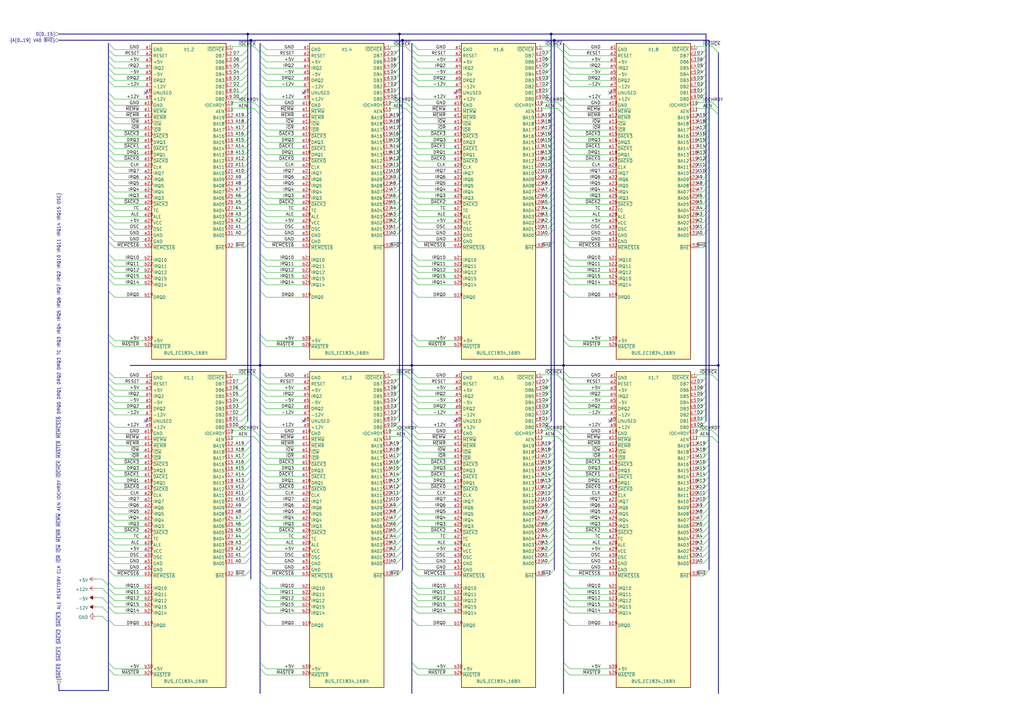
<source format=kicad_sch>
(kicad_sch (version 20211123) (generator eeschema)
  (paper "A3")
  (title_block (title "EC1834 Hauptplatine 201.1-BUS") (date "2022-09-12") (rev "1") (company "Mario Gögel 2022"))
  (junction (at 106.68 149.86))
  (junction (at 231.14 149.86))
  (junction (at 168.91 149.86))
  (junction (at 163.83 13.97))
  (junction (at 101.6 13.97))
  (junction (at 102.87 16.51))
  (junction (at 294.64 149.86))
  (junction (at 165.1 16.51))
  (junction (at 226.06 13.97))
  (junction (at 227.33 16.51))
  (no_connect (at 186.69 38.1))
  (no_connect (at 250.19 172.72))
  (no_connect (at 59.69 38.1))
  (no_connect (at 124.46 38.1))
  (no_connect (at 124.46 172.72))
  (no_connect (at 59.69 172.72))
  (no_connect (at 250.19 38.1))
  (no_connect (at 186.69 172.72))
  (bus_entry (at 102.87 91.44) (size -2.54 2.54))
  (bus_entry (at 102.87 48.26) (size -2.54 2.54))
  (bus_entry (at 102.87 81.28) (size -2.54 2.54))
  (bus_entry (at 106.68 175.26) (size 2.54 2.54))
  (bus_entry (at 102.87 208.28) (size -2.54 2.54))
  (bus_entry (at 165.1 187.96) (size -2.54 2.54))
  (bus_entry (at 226.06 165.1) (size -2.54 2.54))
  (bus_entry (at 168.91 226.06) (size 2.54 2.54))
  (bus_entry (at 289.56 35.56) (size -2.54 2.54))
  (bus_entry (at 227.33 45.72) (size -2.54 2.54))
  (bus_entry (at 102.87 73.66) (size -2.54 2.54))
  (bus_entry (at 168.91 238.76) (size 2.54 2.54))
  (bus_entry (at 44.45 111.76) (size 2.54 2.54))
  (bus_entry (at 101.6 33.02) (size -2.54 2.54))
  (bus_entry (at 227.33 223.52) (size -2.54 2.54))
  (bus_entry (at 163.83 154.94) (size -2.54 2.54))
  (bus_entry (at 165.1 228.6) (size -2.54 2.54))
  (bus_entry (at 106.68 162.56) (size 2.54 2.54))
  (bus_entry (at 166.37 179.07) (size 2.54 2.54))
  (bus_entry (at 106.68 53.34) (size 2.54 2.54))
  (bus_entry (at 227.33 53.34) (size -2.54 2.54))
  (bus_entry (at 168.91 177.8) (size 2.54 2.54))
  (bus_entry (at 168.91 228.6) (size 2.54 2.54))
  (bus_entry (at 168.91 93.98) (size 2.54 2.54))
  (bus_entry (at 166.37 153.67) (size 2.54 2.54))
  (bus_entry (at 290.83 63.5) (size -2.54 2.54))
  (bus_entry (at 106.68 88.9) (size 2.54 2.54))
  (bus_entry (at 165.1 93.98) (size -2.54 2.54))
  (bus_entry (at 106.68 200.66) (size 2.54 2.54))
  (bus_entry (at 44.45 99.06) (size 2.54 2.54))
  (bus_entry (at 165.1 99.06) (size -2.54 2.54))
  (bus_entry (at 106.68 66.04) (size 2.54 2.54))
  (bus_entry (at 231.14 106.68) (size 2.54 2.54))
  (bus_entry (at 231.14 30.48) (size 2.54 2.54))
  (bus_entry (at 168.91 96.52) (size 2.54 2.54))
  (bus_entry (at 168.91 22.86) (size 2.54 2.54))
  (bus_entry (at 226.06 30.48) (size -2.54 2.54))
  (bus_entry (at 44.45 76.2) (size 2.54 2.54))
  (bus_entry (at 44.45 157.48) (size 2.54 2.54))
  (bus_entry (at 168.91 165.1) (size 2.54 2.54))
  (bus_entry (at 101.6 170.18) (size -2.54 2.54))
  (bus_entry (at 102.87 53.34) (size -2.54 2.54))
  (bus_entry (at 44.45 106.68) (size 2.54 2.54))
  (bus_entry (at 227.33 203.2) (size -2.54 2.54))
  (bus_entry (at 106.68 33.02) (size 2.54 2.54))
  (bus_entry (at 227.33 88.9) (size -2.54 2.54))
  (bus_entry (at 168.91 220.98) (size 2.54 2.54))
  (bus_entry (at 106.68 238.76) (size 2.54 2.54))
  (bus_entry (at 165.1 53.34) (size -2.54 2.54))
  (bus_entry (at 227.33 193.04) (size -2.54 2.54))
  (bus_entry (at 289.56 25.4) (size -2.54 2.54))
  (bus_entry (at 231.14 160.02) (size 2.54 2.54))
  (bus_entry (at 168.91 215.9) (size 2.54 2.54))
  (bus_entry (at 231.14 154.94) (size 2.54 2.54))
  (bus_entry (at 102.87 190.5) (size -2.54 2.54))
  (bus_entry (at 102.87 215.9) (size -2.54 2.54))
  (bus_entry (at 168.91 50.8) (size 2.54 2.54))
  (bus_entry (at 231.14 40.64) (size 2.54 2.54))
  (bus_entry (at 168.91 213.36) (size 2.54 2.54))
  (bus_entry (at 44.45 198.12) (size 2.54 2.54))
  (bus_entry (at 231.14 114.3) (size 2.54 2.54))
  (bus_entry (at 168.91 137.16) (size 2.54 2.54))
  (bus_entry (at 168.91 167.64) (size 2.54 2.54))
  (bus_entry (at 44.45 25.4) (size 2.54 2.54))
  (bus_entry (at 231.14 226.06) (size 2.54 2.54))
  (bus_entry (at 227.33 208.28) (size -2.54 2.54))
  (bus_entry (at 102.87 198.12) (size -2.54 2.54))
  (bus_entry (at 163.83 25.4) (size -2.54 2.54))
  (bus_entry (at 290.83 226.06) (size -2.54 2.54))
  (bus_entry (at 163.83 33.02) (size -2.54 2.54))
  (bus_entry (at 44.45 88.9) (size 2.54 2.54))
  (bus_entry (at 231.14 175.26) (size 2.54 2.54))
  (bus_entry (at 44.45 27.94) (size 2.54 2.54))
  (bus_entry (at 168.91 30.48) (size 2.54 2.54))
  (bus_entry (at 289.56 22.86) (size -2.54 2.54))
  (bus_entry (at 106.68 152.4) (size 2.54 2.54))
  (bus_entry (at 102.87 88.9) (size -2.54 2.54))
  (bus_entry (at 102.87 45.72) (size -2.54 2.54))
  (bus_entry (at 106.68 71.12) (size 2.54 2.54))
  (bus_entry (at 168.91 43.18) (size 2.54 2.54))
  (bus_entry (at 163.83 35.56) (size -2.54 2.54))
  (bus_entry (at 44.45 22.86) (size 2.54 2.54))
  (bus_entry (at 290.83 93.98) (size -2.54 2.54))
  (bus_entry (at 231.14 88.9) (size 2.54 2.54))
  (bus_entry (at 106.68 203.2) (size 2.54 2.54))
  (bus_entry (at 290.83 81.28) (size -2.54 2.54))
  (bus_entry (at 44.45 208.28) (size 2.54 2.54))
  (bus_entry (at 102.87 68.58) (size -2.54 2.54))
  (bus_entry (at 102.87 200.66) (size -2.54 2.54))
  (bus_entry (at 106.68 58.42) (size 2.54 2.54))
  (bus_entry (at 231.14 187.96) (size 2.54 2.54))
  (bus_entry (at 106.68 27.94) (size 2.54 2.54))
  (bus_entry (at 228.6 153.67) (size 2.54 2.54))
  (bus_entry (at 231.14 213.36) (size 2.54 2.54))
  (bus_entry (at 168.91 162.56) (size 2.54 2.54))
  (bus_entry (at 44.45 137.16) (size 2.54 2.54))
  (bus_entry (at 106.68 233.68) (size 2.54 2.54))
  (bus_entry (at 44.45 58.42) (size 2.54 2.54))
  (bus_entry (at 163.83 20.32) (size -2.54 2.54))
  (bus_entry (at 168.91 45.72) (size 2.54 2.54))
  (bus_entry (at 168.91 33.02) (size 2.54 2.54))
  (bus_entry (at 44.45 210.82) (size 2.54 2.54))
  (bus_entry (at 227.33 215.9) (size -2.54 2.54))
  (bus_entry (at 168.91 25.4) (size 2.54 2.54))
  (bus_entry (at 231.14 228.6) (size 2.54 2.54))
  (bus_entry (at 231.14 73.66) (size 2.54 2.54))
  (bus_entry (at 226.06 33.02) (size -2.54 2.54))
  (bus_entry (at 165.1 203.2) (size -2.54 2.54))
  (bus_entry (at 168.91 190.5) (size 2.54 2.54))
  (bus_entry (at 106.68 190.5) (size 2.54 2.54))
  (bus_entry (at 44.45 223.52) (size 2.54 2.54))
  (bus_entry (at 41.91 237.49) (size 2.54 2.54))
  (bus_entry (at 227.33 55.88) (size -2.54 2.54))
  (bus_entry (at 102.87 78.74) (size -2.54 2.54))
  (bus_entry (at 102.87 223.52) (size -2.54 2.54))
  (bus_entry (at 231.14 83.82) (size 2.54 2.54))
  (bus_entry (at 44.45 241.3) (size 2.54 2.54))
  (bus_entry (at 227.33 48.26) (size -2.54 2.54))
  (bus_entry (at 44.45 20.32) (size 2.54 2.54))
  (bus_entry (at 290.83 73.66) (size -2.54 2.54))
  (bus_entry (at 168.91 73.66) (size 2.54 2.54))
  (bus_entry (at 44.45 73.66) (size 2.54 2.54))
  (bus_entry (at 101.6 160.02) (size -2.54 2.54))
  (bus_entry (at 231.14 119.38) (size 2.54 2.54))
  (bus_entry (at 106.68 20.32) (size 2.54 2.54))
  (bus_entry (at 231.14 193.04) (size 2.54 2.54))
  (bus_entry (at 227.33 63.5) (size -2.54 2.54))
  (bus_entry (at 44.45 218.44) (size 2.54 2.54))
  (bus_entry (at 102.87 99.06) (size -2.54 2.54))
  (bus_entry (at 168.91 17.78) (size 2.54 2.54))
  (bus_entry (at 102.87 86.36) (size -2.54 2.54))
  (bus_entry (at 290.83 91.44) (size -2.54 2.54))
  (bus_entry (at 106.68 208.28) (size 2.54 2.54))
  (bus_entry (at 231.14 33.02) (size 2.54 2.54))
  (bus_entry (at 292.1 44.45) (size 2.54 2.54))
  (bus_entry (at 101.6 172.72) (size -2.54 2.54))
  (bus_entry (at 231.14 241.3) (size 2.54 2.54))
  (bus_entry (at 106.68 198.12) (size 2.54 2.54))
  (bus_entry (at 289.56 33.02) (size -2.54 2.54))
  (bus_entry (at 165.1 205.74) (size -2.54 2.54))
  (bus_entry (at 228.6 19.05) (size 2.54 2.54))
  (bus_entry (at 290.83 228.6) (size -2.54 2.54))
  (bus_entry (at 168.91 88.9) (size 2.54 2.54))
  (bus_entry (at 165.1 226.06) (size -2.54 2.54))
  (bus_entry (at 44.45 91.44) (size 2.54 2.54))
  (bus_entry (at 226.06 172.72) (size -2.54 2.54))
  (bus_entry (at 44.45 93.98) (size 2.54 2.54))
  (bus_entry (at 290.83 55.88) (size -2.54 2.54))
  (bus_entry (at 168.91 111.76) (size 2.54 2.54))
  (bus_entry (at 106.68 91.44) (size 2.54 2.54))
  (bus_entry (at 290.83 185.42) (size -2.54 2.54))
  (bus_entry (at 227.33 228.6) (size -2.54 2.54))
  (bus_entry (at 165.1 220.98) (size -2.54 2.54))
  (bus_entry (at 44.45 190.5) (size 2.54 2.54))
  (bus_entry (at 289.56 20.32) (size -2.54 2.54))
  (bus_entry (at 168.91 200.66) (size 2.54 2.54))
  (bus_entry (at 168.91 104.14) (size 2.54 2.54))
  (bus_entry (at 101.6 22.86) (size -2.54 2.54))
  (bus_entry (at 44.45 83.82) (size 2.54 2.54))
  (bus_entry (at 290.83 71.12) (size -2.54 2.54))
  (bus_entry (at 106.68 185.42) (size 2.54 2.54))
  (bus_entry (at 102.87 76.2) (size -2.54 2.54))
  (bus_entry (at 106.68 78.74) (size 2.54 2.54))
  (bus_entry (at 168.91 91.44) (size 2.54 2.54))
  (bus_entry (at 106.68 182.88) (size 2.54 2.54))
  (bus_entry (at 44.45 203.2) (size 2.54 2.54))
  (bus_entry (at 231.14 109.22) (size 2.54 2.54))
  (bus_entry (at 44.45 78.74) (size 2.54 2.54))
  (bus_entry (at 227.33 187.96) (size -2.54 2.54))
  (bus_entry (at 226.06 22.86) (size -2.54 2.54))
  (bus_entry (at 165.1 71.12) (size -2.54 2.54))
  (bus_entry (at 102.87 182.88) (size -2.54 2.54))
  (bus_entry (at 231.14 81.28) (size 2.54 2.54))
  (bus_entry (at 290.83 218.44) (size -2.54 2.54))
  (bus_entry (at 44.45 50.8) (size 2.54 2.54))
  (bus_entry (at 227.33 205.74) (size -2.54 2.54))
  (bus_entry (at 292.1 179.07) (size 2.54 2.54))
  (bus_entry (at 41.91 245.11) (size 2.54 2.54))
  (bus_entry (at 168.91 27.94) (size 2.54 2.54))
  (bus_entry (at 289.56 167.64) (size -2.54 2.54))
  (bus_entry (at 106.68 167.64) (size 2.54 2.54))
  (bus_entry (at 289.56 160.02) (size -2.54 2.54))
  (bus_entry (at 44.45 119.38) (size 2.54 2.54))
  (bus_entry (at 231.14 190.5) (size 2.54 2.54))
  (bus_entry (at 226.06 160.02) (size -2.54 2.54))
  (bus_entry (at 231.14 271.78) (size 2.54 2.54))
  (bus_entry (at 102.87 63.5) (size -2.54 2.54))
  (bus_entry (at 231.14 60.96) (size 2.54 2.54))
  (bus_entry (at 106.68 210.82) (size 2.54 2.54))
  (bus_entry (at 101.6 167.64) (size -2.54 2.54))
  (bus_entry (at 168.91 66.04) (size 2.54 2.54))
  (bus_entry (at 231.14 48.26) (size 2.54 2.54))
  (bus_entry (at 231.14 274.32) (size 2.54 2.54))
  (bus_entry (at 168.91 58.42) (size 2.54 2.54))
  (bus_entry (at 289.56 27.94) (size -2.54 2.54))
  (bus_entry (at 226.06 20.32) (size -2.54 2.54))
  (bus_entry (at 168.91 254) (size 2.54 2.54))
  (bus_entry (at 165.1 198.12) (size -2.54 2.54))
  (bus_entry (at 44.45 238.76) (size 2.54 2.54))
  (bus_entry (at 102.87 210.82) (size -2.54 2.54))
  (bus_entry (at 290.83 53.34) (size -2.54 2.54))
  (bus_entry (at 106.68 274.32) (size 2.54 2.54))
  (bus_entry (at 101.6 30.48) (size -2.54 2.54))
  (bus_entry (at 102.87 185.42) (size -2.54 2.54))
  (bus_entry (at 289.56 162.56) (size -2.54 2.54))
  (bus_entry (at 168.91 246.38) (size 2.54 2.54))
  (bus_entry (at 102.87 180.34) (size -2.54 2.54))
  (bus_entry (at 227.33 180.34) (size -2.54 2.54))
  (bus_entry (at 44.45 215.9) (size 2.54 2.54))
  (bus_entry (at 231.14 198.12) (size 2.54 2.54))
  (bus_entry (at 106.68 180.34) (size 2.54 2.54))
  (bus_entry (at 44.45 182.88) (size 2.54 2.54))
  (bus_entry (at 168.91 139.7) (size 2.54 2.54))
  (bus_entry (at 102.87 195.58) (size -2.54 2.54))
  (bus_entry (at 289.56 170.18) (size -2.54 2.54))
  (bus_entry (at 168.91 160.02) (size 2.54 2.54))
  (bus_entry (at 165.1 55.88) (size -2.54 2.54))
  (bus_entry (at 168.91 243.84) (size 2.54 2.54))
  (bus_entry (at 104.14 179.07) (size 2.54 2.54))
  (bus_entry (at 290.83 86.36) (size -2.54 2.54))
  (bus_entry (at 231.14 180.34) (size 2.54 2.54))
  (bus_entry (at 290.83 223.52) (size -2.54 2.54))
  (bus_entry (at 44.45 220.98) (size 2.54 2.54))
  (bus_entry (at 168.91 218.44) (size 2.54 2.54))
  (bus_entry (at 106.68 68.58) (size 2.54 2.54))
  (bus_entry (at 168.91 114.3) (size 2.54 2.54))
  (bus_entry (at 106.68 99.06) (size 2.54 2.54))
  (bus_entry (at 290.83 215.9) (size -2.54 2.54))
  (bus_entry (at 44.45 195.58) (size 2.54 2.54))
  (bus_entry (at 102.87 226.06) (size -2.54 2.54))
  (bus_entry (at 102.87 213.36) (size -2.54 2.54))
  (bus_entry (at 106.68 38.1) (size 2.54 2.54))
  (bus_entry (at 102.87 58.42) (size -2.54 2.54))
  (bus_entry (at 44.45 139.7) (size 2.54 2.54))
  (bus_entry (at 44.45 63.5) (size 2.54 2.54))
  (bus_entry (at 44.45 165.1) (size 2.54 2.54))
  (bus_entry (at 104.14 176.53) (size 2.54 2.54))
  (bus_entry (at 168.91 68.58) (size 2.54 2.54))
  (bus_entry (at 104.14 41.91) (size 2.54 2.54))
  (bus_entry (at 104.14 44.45) (size 2.54 2.54))
  (bus_entry (at 104.14 19.05) (size 2.54 2.54))
  (bus_entry (at 44.45 226.06) (size 2.54 2.54))
  (bus_entry (at 290.83 195.58) (size -2.54 2.54))
  (bus_entry (at 44.45 274.32) (size 2.54 2.54))
  (bus_entry (at 289.56 172.72) (size -2.54 2.54))
  (bus_entry (at 163.83 22.86) (size -2.54 2.54))
  (bus_entry (at 168.91 231.14) (size 2.54 2.54))
  (bus_entry (at 106.68 205.74) (size 2.54 2.54))
  (bus_entry (at 168.91 48.26) (size 2.54 2.54))
  (bus_entry (at 231.14 215.9) (size 2.54 2.54))
  (bus_entry (at 290.83 205.74) (size -2.54 2.54))
  (bus_entry (at 227.33 93.98) (size -2.54 2.54))
  (bus_entry (at 231.14 78.74) (size 2.54 2.54))
  (bus_entry (at 106.68 40.64) (size 2.54 2.54))
  (bus_entry (at 231.14 231.14) (size 2.54 2.54))
  (bus_entry (at 165.1 58.42) (size -2.54 2.54))
  (bus_entry (at 44.45 152.4) (size 2.54 2.54))
  (bus_entry (at 165.1 213.36) (size -2.54 2.54))
  (bus_entry (at 290.83 182.88) (size -2.54 2.54))
  (bus_entry (at 231.14 172.72) (size 2.54 2.54))
  (bus_entry (at 227.33 198.12) (size -2.54 2.54))
  (bus_entry (at 168.91 248.92) (size 2.54 2.54))
  (bus_entry (at 231.14 43.18) (size 2.54 2.54))
  (bus_entry (at 168.91 157.48) (size 2.54 2.54))
  (bus_entry (at 165.1 182.88) (size -2.54 2.54))
  (bus_entry (at 102.87 187.96) (size -2.54 2.54))
  (bus_entry (at 44.45 231.14) (size 2.54 2.54))
  (bus_entry (at 106.68 60.96) (size 2.54 2.54))
  (bus_entry (at 106.68 50.8) (size 2.54 2.54))
  (bus_entry (at 106.68 73.66) (size 2.54 2.54))
  (bus_entry (at 44.45 60.96) (size 2.54 2.54))
  (bus_entry (at 44.45 180.34) (size 2.54 2.54))
  (bus_entry (at 44.45 109.22) (size 2.54 2.54))
  (bus_entry (at 101.6 27.94) (size -2.54 2.54))
  (bus_entry (at 227.33 50.8) (size -2.54 2.54))
  (bus_entry (at 227.33 185.42) (size -2.54 2.54))
  (bus_entry (at 231.14 58.42) (size 2.54 2.54))
  (bus_entry (at 227.33 71.12) (size -2.54 2.54))
  (bus_entry (at 231.14 157.48) (size 2.54 2.54))
  (bus_entry (at 106.68 139.7) (size 2.54 2.54))
  (bus_entry (at 44.45 172.72) (size 2.54 2.54))
  (bus_entry (at 231.14 248.92) (size 2.54 2.54))
  (bus_entry (at 231.14 233.68) (size 2.54 2.54))
  (bus_entry (at 290.83 210.82) (size -2.54 2.54))
  (bus_entry (at 227.33 220.98) (size -2.54 2.54))
  (bus_entry (at 106.68 106.68) (size 2.54 2.54))
  (bus_entry (at 165.1 218.44) (size -2.54 2.54))
  (bus_entry (at 231.14 20.32) (size 2.54 2.54))
  (bus_entry (at 227.33 200.66) (size -2.54 2.54))
  (bus_entry (at 106.68 213.36) (size 2.54 2.54))
  (bus_entry (at 227.33 190.5) (size -2.54 2.54))
  (bus_entry (at 289.56 157.48) (size -2.54 2.54))
  (bus_entry (at 231.14 38.1) (size 2.54 2.54))
  (bus_entry (at 44.45 246.38) (size 2.54 2.54))
  (bus_entry (at 106.68 220.98) (size 2.54 2.54))
  (bus_entry (at 226.06 38.1) (size -2.54 2.54))
  (bus_entry (at 168.91 106.68) (size 2.54 2.54))
  (bus_entry (at 231.14 91.44) (size 2.54 2.54))
  (bus_entry (at 44.45 185.42) (size 2.54 2.54))
  (bus_entry (at 290.83 180.34) (size -2.54 2.54))
  (bus_entry (at 106.68 246.38) (size 2.54 2.54))
  (bus_entry (at 163.83 160.02) (size -2.54 2.54))
  (bus_entry (at 290.83 200.66) (size -2.54 2.54))
  (bus_entry (at 101.6 165.1) (size -2.54 2.54))
  (bus_entry (at 168.91 60.96) (size 2.54 2.54))
  (bus_entry (at 106.68 137.16) (size 2.54 2.54))
  (bus_entry (at 44.45 96.52) (size 2.54 2.54))
  (bus_entry (at 165.1 48.26) (size -2.54 2.54))
  (bus_entry (at 106.68 254) (size 2.54 2.54))
  (bus_entry (at 165.1 50.8) (size -2.54 2.54))
  (bus_entry (at 165.1 66.04) (size -2.54 2.54))
  (bus_entry (at 168.91 119.38) (size 2.54 2.54))
  (bus_entry (at 226.06 35.56) (size -2.54 2.54))
  (bus_entry (at 168.91 180.34) (size 2.54 2.54))
  (bus_entry (at 227.33 210.82) (size -2.54 2.54))
  (bus_entry (at 106.68 109.22) (size 2.54 2.54))
  (bus_entry (at 231.14 223.52) (size 2.54 2.54))
  (bus_entry (at 231.14 22.86) (size 2.54 2.54))
  (bus_entry (at 106.68 231.14) (size 2.54 2.54))
  (bus_entry (at 168.91 271.78) (size 2.54 2.54))
  (bus_entry (at 102.87 220.98) (size -2.54 2.54))
  (bus_entry (at 163.83 157.48) (size -2.54 2.54))
  (bus_entry (at 165.1 215.9) (size -2.54 2.54))
  (bus_entry (at 163.83 165.1) (size -2.54 2.54))
  (bus_entry (at 165.1 81.28) (size -2.54 2.54))
  (bus_entry (at 101.6 154.94) (size -2.54 2.54))
  (bus_entry (at 290.83 66.04) (size -2.54 2.54))
  (bus_entry (at 106.68 111.76) (size 2.54 2.54))
  (bus_entry (at 166.37 176.53) (size 2.54 2.54))
  (bus_entry (at 290.83 48.26) (size -2.54 2.54))
  (bus_entry (at 168.91 76.2) (size 2.54 2.54))
  (bus_entry (at 231.14 50.8) (size 2.54 2.54))
  (bus_entry (at 44.45 193.04) (size 2.54 2.54))
  (bus_entry (at 163.83 170.18) (size -2.54 2.54))
  (bus_entry (at 106.68 157.48) (size 2.54 2.54))
  (bus_entry (at 102.87 83.82) (size -2.54 2.54))
  (bus_entry (at 44.45 205.74) (size 2.54 2.54))
  (bus_entry (at 168.91 152.4) (size 2.54 2.54))
  (bus_entry (at 44.45 175.26) (size 2.54 2.54))
  (bus_entry (at 226.06 27.94) (size -2.54 2.54))
  (bus_entry (at 227.33 60.96) (size -2.54 2.54))
  (bus_entry (at 290.83 198.12) (size -2.54 2.54))
  (bus_entry (at 231.14 53.34) (size 2.54 2.54))
  (bus_entry (at 44.45 17.78) (size 2.54 2.54))
  (bus_entry (at 290.83 187.96) (size -2.54 2.54))
  (bus_entry (at 44.45 53.34) (size 2.54 2.54))
  (bus_entry (at 227.33 182.88) (size -2.54 2.54))
  (bus_entry (at 231.14 27.94) (size 2.54 2.54))
  (bus_entry (at 168.91 78.74) (size 2.54 2.54))
  (bus_entry (at 226.06 157.48) (size -2.54 2.54))
  (bus_entry (at 290.83 99.06) (size -2.54 2.54))
  (bus_entry (at 44.45 43.18) (size 2.54 2.54))
  (bus_entry (at 44.45 33.02) (size 2.54 2.54))
  (bus_entry (at 102.87 193.04) (size -2.54 2.54))
  (bus_entry (at 289.56 165.1) (size -2.54 2.54))
  (bus_entry (at 102.87 205.74) (size -2.54 2.54))
  (bus_entry (at 231.14 167.64) (size 2.54 2.54))
  (bus_entry (at 44.45 86.36) (size 2.54 2.54))
  (bus_entry (at 231.14 86.36) (size 2.54 2.54))
  (bus_entry (at 231.14 68.58) (size 2.54 2.54))
  (bus_entry (at 290.83 208.28) (size -2.54 2.54))
  (bus_entry (at 102.87 233.68) (size -2.54 2.54))
  (bus_entry (at 227.33 226.06) (size -2.54 2.54))
  (bus_entry (at 106.68 45.72) (size 2.54 2.54))
  (bus_entry (at 168.91 210.82) (size 2.54 2.54))
  (bus_entry (at 168.91 81.28) (size 2.54 2.54))
  (bus_entry (at 231.14 246.38) (size 2.54 2.54))
  (bus_entry (at 165.1 45.72) (size -2.54 2.54))
  (bus_entry (at 163.83 162.56) (size -2.54 2.54))
  (bus_entry (at 44.45 228.6) (size 2.54 2.54))
  (bus_entry (at 106.68 165.1) (size 2.54 2.54))
  (bus_entry (at 165.1 193.04) (size -2.54 2.54))
  (bus_entry (at 231.14 208.28) (size 2.54 2.54))
  (bus_entry (at 44.45 233.68) (size 2.54 2.54))
  (bus_entry (at 168.91 55.88) (size 2.54 2.54))
  (bus_entry (at 102.87 218.44) (size -2.54 2.54))
  (bus_entry (at 165.1 83.82) (size -2.54 2.54))
  (bus_entry (at 44.45 55.88) (size 2.54 2.54))
  (bus_entry (at 226.06 25.4) (size -2.54 2.54))
  (bus_entry (at 165.1 76.2) (size -2.54 2.54))
  (bus_entry (at 106.68 160.02) (size 2.54 2.54))
  (bus_entry (at 290.83 88.9) (size -2.54 2.54))
  (bus_entry (at 292.1 176.53) (size 2.54 2.54))
  (bus_entry (at 231.14 218.44) (size 2.54 2.54))
  (bus_entry (at 231.14 139.7) (size 2.54 2.54))
  (bus_entry (at 44.45 200.66) (size 2.54 2.54))
  (bus_entry (at 290.83 213.36) (size -2.54 2.54))
  (bus_entry (at 165.1 180.34) (size -2.54 2.54))
  (bus_entry (at 41.91 248.92) (size 2.54 2.54))
  (bus_entry (at 165.1 86.36) (size -2.54 2.54))
  (bus_entry (at 44.45 40.64) (size 2.54 2.54))
  (bus_entry (at 292.1 19.05) (size 2.54 2.54))
  (bus_entry (at 290.83 68.58) (size -2.54 2.54))
  (bus_entry (at 168.91 187.96) (size 2.54 2.54))
  (bus_entry (at 231.14 63.5) (size 2.54 2.54))
  (bus_entry (at 44.45 167.64) (size 2.54 2.54))
  (bus_entry (at 101.6 25.4) (size -2.54 2.54))
  (bus_entry (at 231.14 205.74) (size 2.54 2.54))
  (bus_entry (at 106.68 195.58) (size 2.54 2.54))
  (bus_entry (at 227.33 91.44) (size -2.54 2.54))
  (bus_entry (at 168.91 208.28) (size 2.54 2.54))
  (bus_entry (at 44.45 66.04) (size 2.54 2.54))
  (bus_entry (at 290.83 78.74) (size -2.54 2.54))
  (bus_entry (at 231.14 165.1) (size 2.54 2.54))
  (bus_entry (at 168.91 223.52) (size 2.54 2.54))
  (bus_entry (at 166.37 41.91) (size 2.54 2.54))
  (bus_entry (at 163.83 27.94) (size -2.54 2.54))
  (bus_entry (at 227.33 81.28) (size -2.54 2.54))
  (bus_entry (at 290.83 76.2) (size -2.54 2.54))
  (bus_entry (at 226.06 162.56) (size -2.54 2.54))
  (bus_entry (at 227.33 68.58) (size -2.54 2.54))
  (bus_entry (at 165.1 190.5) (size -2.54 2.54))
  (bus_entry (at 289.56 154.94) (size -2.54 2.54))
  (bus_entry (at 165.1 68.58) (size -2.54 2.54))
  (bus_entry (at 231.14 71.12) (size 2.54 2.54))
  (bus_entry (at 106.68 48.26) (size 2.54 2.54))
  (bus_entry (at 231.14 93.98) (size 2.54 2.54))
  (bus_entry (at 106.68 30.48) (size 2.54 2.54))
  (bus_entry (at 168.91 109.22) (size 2.54 2.54))
  (bus_entry (at 168.91 99.06) (size 2.54 2.54))
  (bus_entry (at 290.83 45.72) (size -2.54 2.54))
  (bus_entry (at 106.68 43.18) (size 2.54 2.54))
  (bus_entry (at 165.1 88.9) (size -2.54 2.54))
  (bus_entry (at 168.91 63.5) (size 2.54 2.54))
  (bus_entry (at 165.1 60.96) (size -2.54 2.54))
  (bus_entry (at 231.14 254) (size 2.54 2.54))
  (bus_entry (at 163.83 167.64) (size -2.54 2.54))
  (bus_entry (at 106.68 248.92) (size 2.54 2.54))
  (bus_entry (at 290.83 233.68) (size -2.54 2.54))
  (bus_entry (at 289.56 30.48) (size -2.54 2.54))
  (bus_entry (at 165.1 185.42) (size -2.54 2.54))
  (bus_entry (at 104.14 153.67) (size 2.54 2.54))
  (bus_entry (at 231.14 220.98) (size 2.54 2.54))
  (bus_entry (at 165.1 200.66) (size -2.54 2.54))
  (bus_entry (at 106.68 228.6) (size 2.54 2.54))
  (bus_entry (at 231.14 185.42) (size 2.54 2.54))
  (bus_entry (at 163.83 172.72) (size -2.54 2.54))
  (bus_entry (at 106.68 226.06) (size 2.54 2.54))
  (bus_entry (at 165.1 73.66) (size -2.54 2.54))
  (bus_entry (at 228.6 41.91) (size 2.54 2.54))
  (bus_entry (at 44.45 162.56) (size 2.54 2.54))
  (bus_entry (at 165.1 63.5) (size -2.54 2.54))
  (bus_entry (at 227.33 66.04) (size -2.54 2.54))
  (bus_entry (at 44.45 38.1) (size 2.54 2.54))
  (bus_entry (at 231.14 182.88) (size 2.54 2.54))
  (bus_entry (at 165.1 233.68) (size -2.54 2.54))
  (bus_entry (at 106.68 17.78) (size 2.54 2.54))
  (bus_entry (at 231.14 152.4) (size 2.54 2.54))
  (bus_entry (at 227.33 213.36) (size -2.54 2.54))
  (bus_entry (at 102.87 55.88) (size -2.54 2.54))
  (bus_entry (at 231.14 66.04) (size 2.54 2.54))
  (bus_entry (at 231.14 203.2) (size 2.54 2.54))
  (bus_entry (at 168.91 172.72) (size 2.54 2.54))
  (bus_entry (at 231.14 200.66) (size 2.54 2.54))
  (bus_entry (at 102.87 50.8) (size -2.54 2.54))
  (bus_entry (at 168.91 195.58) (size 2.54 2.54))
  (bus_entry (at 227.33 76.2) (size -2.54 2.54))
  (bus_entry (at 231.14 210.82) (size 2.54 2.54))
  (bus_entry (at 231.14 55.88) (size 2.54 2.54))
  (bus_entry (at 102.87 203.2) (size -2.54 2.54))
  (bus_entry (at 106.68 63.5) (size 2.54 2.54))
  (bus_entry (at 231.14 104.14) (size 2.54 2.54))
  (bus_entry (at 231.14 45.72) (size 2.54 2.54))
  (bus_entry (at 163.83 30.48) (size -2.54 2.54))
  (bus_entry (at 101.6 38.1) (size -2.54 2.54))
  (bus_entry (at 106.68 241.3) (size 2.54 2.54))
  (bus_entry (at 231.14 99.06) (size 2.54 2.54))
  (bus_entry (at 231.14 76.2) (size 2.54 2.54))
  (bus_entry (at 41.91 241.3) (size 2.54 2.54))
  (bus_entry (at 168.91 53.34) (size 2.54 2.54))
  (bus_entry (at 106.68 177.8) (size 2.54 2.54))
  (bus_entry (at 168.91 154.94) (size 2.54 2.54))
  (bus_entry (at 106.68 119.38) (size 2.54 2.54))
  (bus_entry (at 101.6 162.56) (size -2.54 2.54))
  (bus_entry (at 290.83 50.8) (size -2.54 2.54))
  (bus_entry (at 44.45 271.78) (size 2.54 2.54))
  (bus_entry (at 44.45 30.48) (size 2.54 2.54))
  (bus_entry (at 289.56 38.1) (size -2.54 2.54))
  (bus_entry (at 106.68 96.52) (size 2.54 2.54))
  (bus_entry (at 168.91 233.68) (size 2.54 2.54))
  (bus_entry (at 106.68 193.04) (size 2.54 2.54))
  (bus_entry (at 101.6 20.32) (size -2.54 2.54))
  (bus_entry (at 227.33 78.74) (size -2.54 2.54))
  (bus_entry (at 106.68 86.36) (size 2.54 2.54))
  (bus_entry (at 102.87 93.98) (size -2.54 2.54))
  (bus_entry (at 102.87 60.96) (size -2.54 2.54))
  (bus_entry (at 106.68 187.96) (size 2.54 2.54))
  (bus_entry (at 106.68 243.84) (size 2.54 2.54))
  (bus_entry (at 165.1 78.74) (size -2.54 2.54))
  (bus_entry (at 106.68 154.94) (size 2.54 2.54))
  (bus_entry (at 168.91 182.88) (size 2.54 2.54))
  (bus_entry (at 44.45 71.12) (size 2.54 2.54))
  (bus_entry (at 168.91 86.36) (size 2.54 2.54))
  (bus_entry (at 168.91 241.3) (size 2.54 2.54))
  (bus_entry (at 226.06 170.18) (size -2.54 2.54))
  (bus_entry (at 168.91 198.12) (size 2.54 2.54))
  (bus_entry (at 228.6 44.45) (size 2.54 2.54))
  (bus_entry (at 231.14 96.52) (size 2.54 2.54))
  (bus_entry (at 290.83 190.5) (size -2.54 2.54))
  (bus_entry (at 228.6 176.53) (size 2.54 2.54))
  (bus_entry (at 168.91 274.32) (size 2.54 2.54))
  (bus_entry (at 44.45 213.36) (size 2.54 2.54))
  (bus_entry (at 290.83 60.96) (size -2.54 2.54))
  (bus_entry (at 231.14 162.56) (size 2.54 2.54))
  (bus_entry (at 106.68 76.2) (size 2.54 2.54))
  (bus_entry (at 102.87 66.04) (size -2.54 2.54))
  (bus_entry (at 231.14 177.8) (size 2.54 2.54))
  (bus_entry (at 168.91 193.04) (size 2.54 2.54))
  (bus_entry (at 290.83 203.2) (size -2.54 2.54))
  (bus_entry (at 106.68 104.14) (size 2.54 2.54))
  (bus_entry (at 102.87 71.12) (size -2.54 2.54))
  (bus_entry (at 290.83 83.82) (size -2.54 2.54))
  (bus_entry (at 227.33 83.82) (size -2.54 2.54))
  (bus_entry (at 102.87 228.6) (size -2.54 2.54))
  (bus_entry (at 231.14 25.4) (size 2.54 2.54))
  (bus_entry (at 168.91 185.42) (size 2.54 2.54))
  (bus_entry (at 163.83 38.1) (size -2.54 2.54))
  (bus_entry (at 44.45 254) (size 2.54 2.54))
  (bus_entry (at 106.68 218.44) (size 2.54 2.54))
  (bus_entry (at 106.68 55.88) (size 2.54 2.54))
  (bus_entry (at 231.14 111.76) (size 2.54 2.54))
  (bus_entry (at 227.33 195.58) (size -2.54 2.54))
  (bus_entry (at 292.1 153.67) (size 2.54 2.54))
  (bus_entry (at 168.91 205.74) (size 2.54 2.54))
  (bus_entry (at 101.6 157.48) (size -2.54 2.54))
  (bus_entry (at 165.1 210.82) (size -2.54 2.54))
  (bus_entry (at 168.91 71.12) (size 2.54 2.54))
  (bus_entry (at 231.14 243.84) (size 2.54 2.54))
  (bus_entry (at 228.6 179.07) (size 2.54 2.54))
  (bus_entry (at 106.68 81.28) (size 2.54 2.54))
  (bus_entry (at 44.45 160.02) (size 2.54 2.54))
  (bus_entry (at 168.91 175.26) (size 2.54 2.54))
  (bus_entry (at 44.45 154.94) (size 2.54 2.54))
  (bus_entry (at 227.33 218.44) (size -2.54 2.54))
  (bus_entry (at 226.06 154.94) (size -2.54 2.54))
  (bus_entry (at 227.33 73.66) (size -2.54 2.54))
  (bus_entry (at 168.91 38.1) (size 2.54 2.54))
  (bus_entry (at 41.91 252.73) (size 2.54 2.54))
  (bus_entry (at 226.06 167.64) (size -2.54 2.54))
  (bus_entry (at 106.68 25.4) (size 2.54 2.54))
  (bus_entry (at 168.91 20.32) (size 2.54 2.54))
  (bus_entry (at 165.1 195.58) (size -2.54 2.54))
  (bus_entry (at 231.14 195.58) (size 2.54 2.54))
  (bus_entry (at 106.68 271.78) (size 2.54 2.54))
  (bus_entry (at 44.45 243.84) (size 2.54 2.54))
  (bus_entry (at 168.91 40.64) (size 2.54 2.54))
  (bus_entry (at 44.45 81.28) (size 2.54 2.54))
  (bus_entry (at 44.45 48.26) (size 2.54 2.54))
  (bus_entry (at 290.83 58.42) (size -2.54 2.54))
  (bus_entry (at 168.91 203.2) (size 2.54 2.54))
  (bus_entry (at 106.68 93.98) (size 2.54 2.54))
  (bus_entry (at 292.1 41.91) (size 2.54 2.54))
  (bus_entry (at 106.68 114.3) (size 2.54 2.54))
  (bus_entry (at 227.33 58.42) (size -2.54 2.54))
  (bus_entry (at 101.6 35.56) (size -2.54 2.54))
  (bus_entry (at 106.68 172.72) (size 2.54 2.54))
  (bus_entry (at 231.14 17.78) (size 2.54 2.54))
  (bus_entry (at 231.14 137.16) (size 2.54 2.54))
  (bus_entry (at 227.33 233.68) (size -2.54 2.54))
  (bus_entry (at 44.45 248.92) (size 2.54 2.54))
  (bus_entry (at 44.45 114.3) (size 2.54 2.54))
  (bus_entry (at 227.33 99.06) (size -2.54 2.54))
  (bus_entry (at 106.68 83.82) (size 2.54 2.54))
  (bus_entry (at 44.45 104.14) (size 2.54 2.54))
  (bus_entry (at 44.45 45.72) (size 2.54 2.54))
  (bus_entry (at 106.68 215.9) (size 2.54 2.54))
  (bus_entry (at 165.1 91.44) (size -2.54 2.54))
  (bus_entry (at 166.37 19.05) (size 2.54 2.54))
  (bus_entry (at 106.68 223.52) (size 2.54 2.54))
  (bus_entry (at 290.83 193.04) (size -2.54 2.54))
  (bus_entry (at 165.1 208.28) (size -2.54 2.54))
  (bus_entry (at 106.68 22.86) (size 2.54 2.54))
  (bus_entry (at 168.91 83.82) (size 2.54 2.54))
  (bus_entry (at 44.45 187.96) (size 2.54 2.54))
  (bus_entry (at 290.83 220.98) (size -2.54 2.54))
  (bus_entry (at 165.1 223.52) (size -2.54 2.54))
  (bus_entry (at 44.45 177.8) (size 2.54 2.54))
  (bus_entry (at 166.37 44.45) (size 2.54 2.54))
  (bus_entry (at 227.33 86.36) (size -2.54 2.54))
  (bus_entry (at 44.45 68.58) (size 2.54 2.54))
  (bus_entry (at 231.14 238.76) (size 2.54 2.54))
  (bus (pts (xy 231.14 96.52) (xy 231.14 99.06)))
  (bus (pts (xy 106.68 180.34) (xy 106.68 181.61)))
  (wire (pts (xy 222.25 210.82) (xy 224.79 210.82)))
  (bus (pts (xy 231.14 55.88) (xy 231.14 58.42)))
  (bus (pts (xy 102.87 71.12) (xy 102.87 73.66)))
  (bus (pts (xy 102.87 73.66) (xy 102.87 76.2)))
  (bus (pts (xy 101.6 22.86) (xy 101.6 25.4)))
  (wire (pts (xy 171.45 226.06) (xy 186.69 226.06)))
  (wire (pts (xy 109.22 93.98) (xy 124.46 93.98)))
  (bus (pts (xy 106.68 21.59) (xy 106.68 22.86)))
  (bus (pts (xy 227.33 71.12) (xy 227.33 73.66)))
  (bus (pts (xy 44.45 226.06) (xy 44.45 228.6)))
  (wire (pts (xy 233.68 246.38) (xy 250.19 246.38)))
  (bus (pts (xy 290.83 200.66) (xy 290.83 203.2)))
  (bus (pts (xy 227.33 187.96) (xy 227.33 190.5)))
  (bus (pts (xy 102.87 223.52) (xy 102.87 226.06)))
  (wire (pts (xy 171.45 175.26) (xy 186.69 175.26)))
  (wire (pts (xy 171.45 241.3) (xy 186.69 241.3)))
  (wire (pts (xy 160.02 22.86) (xy 161.29 22.86)))
  (bus (pts (xy 231.14 182.88) (xy 231.14 185.42)))
  (wire (pts (xy 46.99 76.2) (xy 59.69 76.2)))
  (bus (pts (xy 44.45 195.58) (xy 44.45 198.12)))
  (wire (pts (xy 171.45 274.32) (xy 186.69 274.32)))
  (wire (pts (xy 171.45 215.9) (xy 186.69 215.9)))
  (bus (pts (xy 227.33 76.2) (xy 227.33 78.74)))
  (wire (pts (xy 222.25 81.28) (xy 224.79 81.28)))
  (wire (pts (xy 160.02 167.64) (xy 161.29 167.64)))
  (wire (pts (xy 233.68 243.84) (xy 250.19 243.84)))
  (wire (pts (xy 285.75 153.67) (xy 292.1 153.67)))
  (bus (pts (xy 231.14 78.74) (xy 231.14 81.28)))
  (wire (pts (xy 46.99 231.14) (xy 59.69 231.14)))
  (wire (pts (xy 285.75 58.42) (xy 288.29 58.42)))
  (wire (pts (xy 171.45 121.92) (xy 186.69 121.92)))
  (bus (pts (xy 44.45 99.06) (xy 44.45 104.14)))
  (bus (pts (xy 44.45 88.9) (xy 44.45 91.44)))
  (wire (pts (xy 222.25 203.2) (xy 224.79 203.2)))
  (bus (pts (xy 165.1 73.66) (xy 165.1 76.2)))
  (bus (pts (xy 226.06 167.64) (xy 226.06 170.18)))
  (wire (pts (xy 46.99 182.88) (xy 59.69 182.88)))
  (wire (pts (xy 285.75 190.5) (xy 288.29 190.5)))
  (bus (pts (xy 102.87 99.06) (xy 102.87 180.34)))
  (wire (pts (xy 285.75 78.74) (xy 288.29 78.74)))
  (wire (pts (xy 285.75 33.02) (xy 287.02 33.02)))
  (bus (pts (xy 106.68 248.92) (xy 106.68 254)))
  (bus (pts (xy 168.91 274.32) (xy 168.91 284.4179)))
  (bus (pts (xy 231.14 231.14) (xy 231.14 233.68)))
  (wire (pts (xy 285.75 81.28) (xy 288.29 81.28)))
  (bus (pts (xy 101.6 170.18) (xy 101.6 172.72)))
  (wire (pts (xy 285.75 176.53) (xy 292.1 176.53)))
  (wire (pts (xy 171.45 200.66) (xy 186.69 200.66)))
  (wire (pts (xy 233.68 93.98) (xy 250.19 93.98)))
  (wire (pts (xy 95.25 96.52) (xy 100.33 96.52)))
  (wire (pts (xy 46.99 96.52) (xy 59.69 96.52)))
  (bus (pts (xy 290.83 228.6) (xy 290.83 233.68)))
  (bus (pts (xy 101.6 157.48) (xy 101.6 160.02)))
  (bus (pts (xy 106.68 156.21) (xy 106.68 157.48)))
  (wire (pts (xy 109.22 177.8) (xy 124.46 177.8)))
  (bus (pts (xy 165.1 210.82) (xy 165.1 213.36)))
  (bus (pts (xy 106.68 177.8) (xy 106.68 179.07)))
  (bus (pts (xy 168.91 198.12) (xy 168.91 200.66)))
  (wire (pts (xy 160.02 73.66) (xy 162.56 73.66)))
  (bus (pts (xy 231.14 160.02) (xy 231.14 162.56)))
  (wire (pts (xy 233.68 213.36) (xy 250.19 213.36)))
  (wire (pts (xy 233.68 35.56) (xy 250.19 35.56)))
  (bus (pts (xy 290.83 190.5) (xy 290.83 193.04)))
  (bus (pts (xy 290.83 215.9) (xy 290.83 218.44)))
  (bus (pts (xy 231.14 21.59) (xy 231.14 22.86)))
  (bus (pts (xy 102.87 50.8) (xy 102.87 53.34)))
  (bus (pts (xy 290.83 88.9) (xy 290.83 91.44)))
  (bus (pts (xy 231.14 30.48) (xy 231.14 33.02)))
  (bus (pts (xy 165.1 180.34) (xy 165.1 182.88)))
  (bus (pts (xy 102.87 218.44) (xy 102.87 220.98)))
  (wire (pts (xy 39.37 252.73) (xy 41.91 252.73)))
  (bus (pts (xy 106.68 93.98) (xy 106.68 96.52)))
  (wire (pts (xy 222.25 182.88) (xy 224.79 182.88)))
  (bus (pts (xy 165.1 205.74) (xy 165.1 208.28)))
  (wire (pts (xy 109.22 175.26) (xy 124.46 175.26)))
  (bus (pts (xy 44.45 213.36) (xy 44.45 215.9)))
  (bus (pts (xy 44.45 247.65) (xy 44.45 248.92)))
  (bus (pts (xy 227.33 228.6) (xy 227.33 233.68)))
  (wire (pts (xy 222.25 73.66) (xy 224.79 73.66)))
  (wire (pts (xy 171.45 185.42) (xy 186.69 185.42)))
  (bus (pts (xy 231.14 154.94) (xy 231.14 156.21)))
  (bus (pts (xy 290.83 68.58) (xy 290.83 71.12)))
  (wire (pts (xy 233.68 185.42) (xy 250.19 185.42)))
  (bus (pts (xy 227.33 78.74) (xy 227.33 81.28)))
  (bus (pts (xy 231.14 167.64) (xy 231.14 172.72)))
  (bus (pts (xy 165.1 16.51) (xy 227.33 16.51)))
  (bus (pts (xy 231.14 114.3) (xy 231.14 119.38)))
  (bus (pts (xy 290.83 93.98) (xy 290.83 99.06)))
  (bus (pts (xy 226.06 13.97) (xy 289.56 13.97)))
  (bus (pts (xy 165.1 203.2) (xy 165.1 205.74)))
  (bus (pts (xy 231.14 58.42) (xy 231.14 60.96)))
  (bus (pts (xy 165.1 68.58) (xy 165.1 71.12)))
  (wire (pts (xy 160.02 200.66) (xy 162.56 200.66)))
  (bus (pts (xy 165.1 16.51) (xy 165.1 45.72)))
  (bus (pts (xy 165.1 78.74) (xy 165.1 81.28)))
  (wire (pts (xy 233.68 187.96) (xy 250.19 187.96)))
  (bus (pts (xy 106.68 46.99) (xy 106.68 48.26)))
  (bus (pts (xy 231.14 83.82) (xy 231.14 86.36)))
  (bus (pts (xy 44.45 139.7) (xy 44.45 152.4)))
  (bus (pts (xy 168.91 215.9) (xy 168.91 218.44)))
  (wire (pts (xy 171.45 256.54) (xy 186.69 256.54)))
  (bus (pts (xy 226.06 38.1) (xy 226.06 154.94)))
  (wire (pts (xy 160.02 58.42) (xy 162.56 58.42)))
  (bus (pts (xy 106.68 241.3) (xy 106.68 243.84)))
  (bus (pts (xy 44.45 210.82) (xy 44.45 213.36)))
  (bus (pts (xy 168.91 137.16) (xy 168.91 139.7)))
  (wire (pts (xy 222.25 170.18) (xy 223.52 170.18)))
  (wire (pts (xy 233.68 99.06) (xy 250.19 99.06)))
  (bus (pts (xy 165.1 208.28) (xy 165.1 210.82)))
  (bus (pts (xy 168.91 46.99) (xy 168.91 48.26)))
  (bus (pts (xy 165.1 86.36) (xy 165.1 88.9)))
  (bus (pts (xy 168.91 114.3) (xy 168.91 119.38)))
  (bus (pts (xy 231.14 106.68) (xy 231.14 109.22)))
  (bus (pts (xy 168.91 68.58) (xy 168.91 71.12)))
  (bus (pts (xy 168.91 254) (xy 168.91 271.78)))
  (wire (pts (xy 95.25 27.94) (xy 99.06 27.94)))
  (bus (pts (xy 106.68 139.7) (xy 106.68 149.86)))
  (wire (pts (xy 109.22 251.46) (xy 124.46 251.46)))
  (wire (pts (xy 222.25 19.05) (xy 228.6 19.05)))
  (wire (pts (xy 160.02 220.98) (xy 162.56 220.98)))
  (bus (pts (xy 44.45 185.42) (xy 44.45 187.96)))
  (bus (pts (xy 106.68 114.3) (xy 106.68 119.38)))
  (wire (pts (xy 233.68 195.58) (xy 250.19 195.58)))
  (wire (pts (xy 285.75 180.34) (xy 285.75 179.07)))
  (wire (pts (xy 109.22 248.92) (xy 124.46 248.92)))
  (wire (pts (xy 222.25 20.32) (xy 222.25 19.05)))
  (wire (pts (xy 171.45 76.2) (xy 186.69 76.2)))
  (wire (pts (xy 109.22 170.18) (xy 124.46 170.18)))
  (wire (pts (xy 285.75 187.96) (xy 288.29 187.96)))
  (bus (pts (xy 168.91 27.94) (xy 168.91 30.48)))
  (bus (pts (xy 44.45 160.02) (xy 44.45 162.56)))
  (wire (pts (xy 222.25 175.26) (xy 223.52 175.26)))
  (wire (pts (xy 160.02 203.2) (xy 162.56 203.2)))
  (wire (pts (xy 95.25 213.36) (xy 100.33 213.36)))
  (wire (pts (xy 46.99 66.04) (xy 59.69 66.04)))
  (wire (pts (xy 109.22 256.54) (xy 124.46 256.54)))
  (wire (pts (xy 160.02 48.26) (xy 162.56 48.26)))
  (wire (pts (xy 46.99 215.9) (xy 59.69 215.9)))
  (bus (pts (xy 168.91 43.18) (xy 168.91 44.45)))
  (wire (pts (xy 233.68 53.34) (xy 250.19 53.34)))
  (bus (pts (xy 290.83 213.36) (xy 290.83 215.9)))
  (wire (pts (xy 46.99 187.96) (xy 59.69 187.96)))
  (wire (pts (xy 109.22 71.12) (xy 124.46 71.12)))
  (bus (pts (xy 165.1 91.44) (xy 165.1 93.98)))
  (wire (pts (xy 95.25 205.74) (xy 100.33 205.74)))
  (wire (pts (xy 46.99 50.8) (xy 59.69 50.8)))
  (bus (pts (xy 290.83 48.26) (xy 290.83 50.8)))
  (wire (pts (xy 109.22 66.04) (xy 124.46 66.04)))
  (bus (pts (xy 294.64 21.59) (xy 294.64 44.45)))
  (wire (pts (xy 109.22 35.56) (xy 124.46 35.56)))
  (wire (pts (xy 109.22 33.02) (xy 124.46 33.02)))
  (bus (pts (xy 163.83 20.32) (xy 163.83 22.86)))
  (bus (pts (xy 227.33 83.82) (xy 227.33 86.36)))
  (wire (pts (xy 222.25 30.48) (xy 223.52 30.48)))
  (bus (pts (xy 227.33 16.51) (xy 290.83 16.51)))
  (bus (pts (xy 168.91 83.82) (xy 168.91 86.36)))
  (wire (pts (xy 95.25 48.26) (xy 100.33 48.26)))
  (bus (pts (xy 231.14 220.98) (xy 231.14 223.52)))
  (bus (pts (xy 231.14 45.72) (xy 231.14 46.99)))
  (wire (pts (xy 222.25 48.26) (xy 224.79 48.26)))
  (bus (pts (xy 102.87 60.96) (xy 102.87 63.5)))
  (bus (pts (xy 168.91 93.98) (xy 168.91 96.52)))
  (bus (pts (xy 168.91 208.28) (xy 168.91 210.82)))
  (bus (pts (xy 44.45 96.52) (xy 44.45 99.06)))
  (wire (pts (xy 109.22 241.3) (xy 124.46 241.3)))
  (wire (pts (xy 222.25 180.34) (xy 222.25 179.07)))
  (bus (pts (xy 231.14 119.38) (xy 231.14 137.16)))
  (bus (pts (xy 290.83 203.2) (xy 290.83 205.74)))
  (wire (pts (xy 171.45 114.3) (xy 186.69 114.3)))
  (wire (pts (xy 46.99 86.36) (xy 59.69 86.36)))
  (wire (pts (xy 222.25 179.07) (xy 228.6 179.07)))
  (wire (pts (xy 109.22 276.86) (xy 124.46 276.86)))
  (bus (pts (xy 165.1 60.96) (xy 165.1 63.5)))
  (bus (pts (xy 163.83 162.56) (xy 163.83 165.1)))
  (bus (pts (xy 290.83 185.42) (xy 290.83 187.96)))
  (wire (pts (xy 46.99 35.56) (xy 59.69 35.56)))
  (wire (pts (xy 95.25 215.9) (xy 100.33 215.9)))
  (bus (pts (xy 106.68 68.58) (xy 106.68 71.12)))
  (bus (pts (xy 106.68 43.18) (xy 106.68 44.45)))
  (wire (pts (xy 160.02 172.72) (xy 161.29 172.72)))
  (bus (pts (xy 106.68 78.74) (xy 106.68 81.28)))
  (bus (pts (xy 290.83 220.98) (xy 290.83 223.52)))
  (bus (pts (xy 290.83 187.96) (xy 290.83 190.5)))
  (wire (pts (xy 95.25 193.04) (xy 100.33 193.04)))
  (wire (pts (xy 171.45 190.5) (xy 186.69 190.5)))
  (wire (pts (xy 233.68 91.44) (xy 250.19 91.44)))
  (bus (pts (xy 44.45 137.16) (xy 44.45 139.7)))
  (bus (pts (xy 106.68 152.4) (xy 106.68 154.94)))
  (wire (pts (xy 233.68 63.5) (xy 250.19 63.5)))
  (bus (pts (xy 294.64 149.86) (xy 294.64 156.21)))
  (bus (pts (xy 231.14 68.58) (xy 231.14 71.12)))
  (bus (pts (xy 168.91 154.94) (xy 168.91 156.21)))
  (bus (pts (xy 44.45 22.86) (xy 44.45 25.4)))
  (bus (pts (xy 231.14 156.21) (xy 231.14 157.48)))
  (bus (pts (xy 227.33 88.9) (xy 227.33 91.44)))
  (bus (pts (xy 102.87 81.28) (xy 102.87 83.82)))
  (wire (pts (xy 233.68 205.74) (xy 250.19 205.74)))
  (bus (pts (xy 168.91 210.82) (xy 168.91 213.36)))
  (wire (pts (xy 171.45 195.58) (xy 186.69 195.58)))
  (wire (pts (xy 160.02 179.07) (xy 166.37 179.07)))
  (bus (pts (xy 106.68 271.78) (xy 106.68 274.32)))
  (wire (pts (xy 109.22 198.12) (xy 124.46 198.12)))
  (bus (pts (xy 163.83 35.56) (xy 163.83 38.1)))
  (bus (pts (xy 106.68 66.04) (xy 106.68 68.58)))
  (wire (pts (xy 171.45 243.84) (xy 186.69 243.84)))
  (wire (pts (xy 233.68 210.82) (xy 250.19 210.82)))
  (bus (pts (xy 168.91 180.34) (xy 168.91 181.61)))
  (wire (pts (xy 285.75 22.86) (xy 287.02 22.86)))
  (wire (pts (xy 171.45 43.18) (xy 186.69 43.18)))
  (wire (pts (xy 222.25 88.9) (xy 224.79 88.9)))
  (bus (pts (xy 101.6 162.56) (xy 101.6 165.1)))
  (bus (pts (xy 168.91 162.56) (xy 168.91 165.1)))
  (wire (pts (xy 222.25 213.36) (xy 224.79 213.36)))
  (wire (pts (xy 46.99 40.64) (xy 59.69 40.64)))
  (wire (pts (xy 46.99 162.56) (xy 59.69 162.56)))
  (wire (pts (xy 285.75 93.98) (xy 288.29 93.98)))
  (bus (pts (xy 231.14 205.74) (xy 231.14 208.28)))
  (wire (pts (xy 222.25 198.12) (xy 224.79 198.12)))
  (wire (pts (xy 109.22 96.52) (xy 124.46 96.52)))
  (wire (pts (xy 95.25 19.05) (xy 104.14 19.05)))
  (bus (pts (xy 290.83 55.88) (xy 290.83 58.42)))
  (wire (pts (xy 95.25 228.6) (xy 100.33 228.6)))
  (bus (pts (xy 102.87 66.04) (xy 102.87 68.58)))
  (bus (pts (xy 168.91 88.9) (xy 168.91 91.44)))
  (wire (pts (xy 160.02 160.02) (xy 161.29 160.02)))
  (wire (pts (xy 160.02 91.44) (xy 162.56 91.44)))
  (wire (pts (xy 109.22 25.4) (xy 124.46 25.4)))
  (bus (pts (xy 231.14 157.48) (xy 231.14 160.02)))
  (wire (pts (xy 46.99 208.28) (xy 59.69 208.28)))
  (bus (pts (xy 231.14 238.76) (xy 231.14 241.3)))
  (wire (pts (xy 109.22 236.22) (xy 124.46 236.22)))
  (bus (pts (xy 168.91 271.78) (xy 168.91 274.32)))
  (wire (pts (xy 285.75 76.2) (xy 288.29 76.2)))
  (bus (pts (xy 163.83 22.86) (xy 163.83 25.4)))
  (bus (pts (xy 165.1 228.6) (xy 165.1 233.68)))
  (bus (pts (xy 165.1 81.28) (xy 165.1 83.82)))
  (bus (pts (xy 168.91 241.3) (xy 168.91 243.84)))
  (bus (pts (xy 106.68 27.94) (xy 106.68 30.48)))
  (wire (pts (xy 46.99 218.44) (xy 59.69 218.44)))
  (wire (pts (xy 46.99 121.92) (xy 59.69 121.92)))
  (wire (pts (xy 222.25 68.58) (xy 224.79 68.58)))
  (wire (pts (xy 285.75 228.6) (xy 288.29 228.6)))
  (wire (pts (xy 160.02 176.53) (xy 166.37 176.53)))
  (wire (pts (xy 233.68 121.92) (xy 250.19 121.92)))
  (wire (pts (xy 285.75 43.18) (xy 285.75 41.91)))
  (bus (pts (xy 289.56 13.97) (xy 289.56 20.32)))
  (bus (pts (xy 44.45 40.64) (xy 44.45 43.18)))
  (wire (pts (xy 222.25 231.14) (xy 224.79 231.14)))
  (wire (pts (xy 285.75 165.1) (xy 287.02 165.1)))
  (bus (pts (xy 231.14 111.76) (xy 231.14 114.3)))
  (bus (pts (xy 290.83 91.44) (xy 290.83 93.98)))
  (wire (pts (xy 171.45 93.98) (xy 186.69 93.98)))
  (bus (pts (xy 44.45 255.27) (xy 44.45 271.78)))
  (wire (pts (xy 95.25 160.02) (xy 99.06 160.02)))
  (bus (pts (xy 163.83 13.97) (xy 163.83 20.32)))
  (wire (pts (xy 46.99 160.02) (xy 59.69 160.02)))
  (wire (pts (xy 46.99 226.06) (xy 59.69 226.06)))
  (wire (pts (xy 109.22 223.52) (xy 124.46 223.52)))
  (bus (pts (xy 231.14 93.98) (xy 231.14 96.52)))
  (wire (pts (xy 46.99 48.26) (xy 59.69 48.26)))
  (wire (pts (xy 109.22 106.68) (xy 124.46 106.68)))
  (bus (pts (xy 227.33 182.88) (xy 227.33 185.42)))
  (wire (pts (xy 46.99 55.88) (xy 59.69 55.88)))
  (bus (pts (xy 231.14 248.92) (xy 231.14 254)))
  (wire (pts (xy 171.45 165.1) (xy 186.69 165.1)))
  (bus (pts (xy 44.45 25.4) (xy 44.45 27.94)))
  (bus (pts (xy 106.68 228.6) (xy 106.68 231.14)))
  (wire (pts (xy 222.25 58.42) (xy 224.79 58.42)))
  (wire (pts (xy 109.22 226.06) (xy 124.46 226.06)))
  (wire (pts (xy 233.68 88.9) (xy 250.19 88.9)))
  (wire (pts (xy 46.99 165.1) (xy 59.69 165.1)))
  (wire (pts (xy 46.99 53.34) (xy 59.69 53.34)))
  (bus (pts (xy 101.6 30.48) (xy 101.6 33.02)))
  (bus (pts (xy 226.06 170.18) (xy 226.06 172.72)))
  (bus (pts (xy 44.45 27.94) (xy 44.45 30.48)))
  (bus (pts (xy 106.68 111.76) (xy 106.68 114.3)))
  (wire (pts (xy 46.99 198.12) (xy 59.69 198.12)))
  (bus (pts (xy 44.45 238.76) (xy 44.45 240.03)))
  (wire (pts (xy 285.75 71.12) (xy 288.29 71.12)))
  (bus (pts (xy 168.91 160.02) (xy 168.91 162.56)))
  (bus (pts (xy 290.83 73.66) (xy 290.83 76.2)))
  (bus (pts (xy 106.68 220.98) (xy 106.68 223.52)))
  (wire (pts (xy 171.45 231.14) (xy 186.69 231.14)))
  (wire (pts (xy 233.68 180.34) (xy 250.19 180.34)))
  (wire (pts (xy 95.25 86.36) (xy 100.33 86.36)))
  (bus (pts (xy 102.87 210.82) (xy 102.87 213.36)))
  (wire (pts (xy 160.02 215.9) (xy 162.56 215.9)))
  (wire (pts (xy 171.45 111.76) (xy 186.69 111.76)))
  (wire (pts (xy 46.99 81.28) (xy 59.69 81.28)))
  (bus (pts (xy 168.91 223.52) (xy 168.91 226.06)))
  (bus (pts (xy 231.14 27.94) (xy 231.14 30.48)))
  (wire (pts (xy 95.25 83.82) (xy 100.33 83.82)))
  (bus (pts (xy 168.91 190.5) (xy 168.91 193.04)))
  (wire (pts (xy 285.75 170.18) (xy 287.02 170.18)))
  (wire (pts (xy 233.68 68.58) (xy 250.19 68.58)))
  (bus (pts (xy 290.83 60.96) (xy 290.83 63.5)))
  (bus (pts (xy 226.06 27.94) (xy 226.06 30.48)))
  (bus (pts (xy 44.45 233.68) (xy 44.45 238.76)))
  (bus (pts (xy 44.45 200.66) (xy 44.45 203.2)))
  (wire (pts (xy 285.75 185.42) (xy 288.29 185.42)))
  (wire (pts (xy 171.45 251.46) (xy 186.69 251.46)))
  (bus (pts (xy 231.14 208.28) (xy 231.14 210.82)))
  (wire (pts (xy 233.68 190.5) (xy 250.19 190.5)))
  (bus (pts (xy 44.45 152.4) (xy 44.45 154.94)))
  (bus (pts (xy 168.91 106.68) (xy 168.91 109.22)))
  (bus (pts (xy 227.33 200.66) (xy 227.33 203.2)))
  (bus (pts (xy 102.87 16.51) (xy 102.87 45.72)))
  (wire (pts (xy 109.22 218.44) (xy 124.46 218.44)))
  (bus (pts (xy 227.33 208.28) (xy 227.33 210.82)))
  (wire (pts (xy 171.45 182.88) (xy 186.69 182.88)))
  (wire (pts (xy 222.25 193.04) (xy 224.79 193.04)))
  (wire (pts (xy 222.25 50.8) (xy 224.79 50.8)))
  (bus (pts (xy 227.33 60.96) (xy 227.33 63.5)))
  (wire (pts (xy 285.75 200.66) (xy 288.29 200.66)))
  (bus (pts (xy 289.56 167.64) (xy 289.56 170.18)))
  (bus (pts (xy 163.83 170.18) (xy 163.83 172.72)))
  (wire (pts (xy 233.68 139.7) (xy 250.19 139.7)))
  (bus (pts (xy 44.45 218.44) (xy 44.45 220.98)))
  (wire (pts (xy 109.22 228.6) (xy 124.46 228.6)))
  (wire (pts (xy 109.22 114.3) (xy 124.46 114.3)))
  (wire (pts (xy 109.22 203.2) (xy 124.46 203.2)))
  (bus (pts (xy 231.14 137.16) (xy 231.14 139.7)))
  (wire (pts (xy 171.45 20.32) (xy 186.69 20.32)))
  (wire (pts (xy 171.45 68.58) (xy 186.69 68.58)))
  (wire (pts (xy 46.99 139.7) (xy 59.69 139.7)))
  (wire (pts (xy 285.75 91.44) (xy 288.29 91.44)))
  (bus (pts (xy 106.68 210.82) (xy 106.68 213.36)))
  (wire (pts (xy 233.68 236.22) (xy 250.19 236.22)))
  (wire (pts (xy 171.45 193.04) (xy 186.69 193.04)))
  (wire (pts (xy 160.02 43.18) (xy 160.02 41.91)))
  (bus (pts (xy 44.45 254) (xy 44.45 255.27)))
  (bus (pts (xy 168.91 195.58) (xy 168.91 198.12)))
  (wire (pts (xy 233.68 233.68) (xy 250.19 233.68)))
  (bus (pts (xy 168.91 99.06) (xy 168.91 104.14)))
  (wire (pts (xy 285.75 198.12) (xy 288.29 198.12)))
  (bus (pts (xy 168.91 55.88) (xy 168.91 58.42)))
  (wire (pts (xy 46.99 180.34) (xy 59.69 180.34)))
  (bus (pts (xy 289.56 162.56) (xy 289.56 165.1)))
  (bus (pts (xy 294.64 46.99) (xy 294.64 149.86)))
  (bus (pts (xy 165.1 63.5) (xy 165.1 66.04)))
  (bus (pts (xy 165.1 226.06) (xy 165.1 228.6)))
  (wire (pts (xy 109.22 274.32) (xy 124.46 274.32)))
  (bus (pts (xy 168.91 30.48) (xy 168.91 33.02)))
  (wire (pts (xy 95.25 60.96) (xy 100.33 60.96)))
  (wire (pts (xy 46.99 205.74) (xy 59.69 205.74)))
  (bus (pts (xy 102.87 200.66) (xy 102.87 203.2)))
  (wire (pts (xy 160.02 210.82) (xy 162.56 210.82)))
  (wire (pts (xy 171.45 96.52) (xy 186.69 96.52)))
  (wire (pts (xy 171.45 33.02) (xy 186.69 33.02)))
  (bus (pts (xy 24.13 283.21) (xy 44.45 283.21)))
  (bus (pts (xy 289.56 35.56) (xy 289.56 38.1)))
  (wire (pts (xy 160.02 162.56) (xy 161.29 162.56)))
  (bus (pts (xy 165.1 213.36) (xy 165.1 215.9)))
  (bus (pts (xy 290.83 71.12) (xy 290.83 73.66)))
  (wire (pts (xy 109.22 190.5) (xy 124.46 190.5)))
  (bus (pts (xy 227.33 220.98) (xy 227.33 223.52)))
  (bus (pts (xy 106.68 181.61) (xy 106.68 182.88)))
  (bus (pts (xy 44.45 43.18) (xy 44.45 45.72)))
  (bus (pts (xy 106.68 233.68) (xy 106.68 238.76)))
  (wire (pts (xy 160.02 63.5) (xy 162.56 63.5)))
  (wire (pts (xy 46.99 88.9) (xy 59.69 88.9)))
  (wire (pts (xy 222.25 190.5) (xy 224.79 190.5)))
  (wire (pts (xy 95.25 176.53) (xy 104.14 176.53)))
  (wire (pts (xy 171.45 22.86) (xy 186.69 22.86)))
  (bus (pts (xy 227.33 86.36) (xy 227.33 88.9)))
  (wire (pts (xy 285.75 66.04) (xy 288.29 66.04)))
  (bus (pts (xy 168.91 182.88) (xy 168.91 185.42)))
  (wire (pts (xy 160.02 60.96) (xy 162.56 60.96)))
  (bus (pts (xy 44.45 50.8) (xy 44.45 53.34)))
  (wire (pts (xy 95.25 35.56) (xy 99.06 35.56)))
  (wire (pts (xy 222.25 172.72) (xy 223.52 172.72)))
  (wire (pts (xy 109.22 68.58) (xy 124.46 68.58)))
  (bus (pts (xy 44.45 111.76) (xy 44.45 114.3)))
  (wire (pts (xy 109.22 121.92) (xy 124.46 121.92)))
  (bus (pts (xy 290.83 45.72) (xy 290.83 48.26)))
  (bus (pts (xy 106.68 33.02) (xy 106.68 38.1)))
  (bus (pts (xy 289.56 165.1) (xy 289.56 167.64)))
  (wire (pts (xy 109.22 200.66) (xy 124.46 200.66)))
  (wire (pts (xy 46.99 33.02) (xy 59.69 33.02)))
  (wire (pts (xy 95.25 93.98) (xy 100.33 93.98)))
  (bus (pts (xy 102.87 208.28) (xy 102.87 210.82)))
  (wire (pts (xy 46.99 193.04) (xy 59.69 193.04)))
  (wire (pts (xy 95.25 25.4) (xy 99.06 25.4)))
  (bus (pts (xy 106.68 81.28) (xy 106.68 83.82)))
  (bus (pts (xy 290.83 205.74) (xy 290.83 208.28)))
  (bus (pts (xy 101.6 38.1) (xy 101.6 154.94)))
  (wire (pts (xy 222.25 33.02) (xy 223.52 33.02)))
  (wire (pts (xy 222.25 176.53) (xy 228.6 176.53)))
  (bus (pts (xy 106.68 243.84) (xy 106.68 246.38)))
  (wire (pts (xy 222.25 91.44) (xy 224.79 91.44)))
  (wire (pts (xy 46.99 203.2) (xy 59.69 203.2)))
  (wire (pts (xy 285.75 205.74) (xy 288.29 205.74)))
  (bus (pts (xy 168.91 86.36) (xy 168.91 88.9)))
  (bus (pts (xy 44.45 271.78) (xy 44.45 274.32)))
  (wire (pts (xy 160.02 187.96) (xy 162.56 187.96)))
  (wire (pts (xy 160.02 40.64) (xy 161.29 40.64)))
  (bus (pts (xy 289.56 170.18) (xy 289.56 172.72)))
  (bus (pts (xy 168.91 91.44) (xy 168.91 93.98)))
  (bus (pts (xy 106.68 208.28) (xy 106.68 210.82)))
  (wire (pts (xy 233.68 22.86) (xy 250.19 22.86)))
  (bus (pts (xy 163.83 27.94) (xy 163.83 30.48)))
  (wire (pts (xy 171.45 35.56) (xy 186.69 35.56)))
  (bus (pts (xy 165.1 53.34) (xy 165.1 55.88)))
  (wire (pts (xy 285.75 210.82) (xy 288.29 210.82)))
  (wire (pts (xy 222.25 76.2) (xy 224.79 76.2)))
  (wire (pts (xy 109.22 243.84) (xy 124.46 243.84)))
  (bus (pts (xy 102.87 215.9) (xy 102.87 218.44)))
  (bus (pts (xy 231.14 246.38) (xy 231.14 248.92)))
  (bus (pts (xy 106.68 58.42) (xy 106.68 60.96)))
  (bus (pts (xy 231.14 71.12) (xy 231.14 73.66)))
  (wire (pts (xy 285.75 193.04) (xy 288.29 193.04)))
  (wire (pts (xy 285.75 88.9) (xy 288.29 88.9)))
  (bus (pts (xy 165.1 187.96) (xy 165.1 190.5)))
  (wire (pts (xy 222.25 185.42) (xy 224.79 185.42)))
  (bus (pts (xy 231.14 81.28) (xy 231.14 83.82)))
  (wire (pts (xy 171.45 170.18) (xy 186.69 170.18)))
  (wire (pts (xy 160.02 41.91) (xy 166.37 41.91)))
  (wire (pts (xy 233.68 55.88) (xy 250.19 55.88)))
  (bus (pts (xy 44.45 58.42) (xy 44.45 60.96)))
  (wire (pts (xy 222.25 205.74) (xy 224.79 205.74)))
  (bus (pts (xy 231.14 99.06) (xy 231.14 104.14)))
  (wire (pts (xy 46.99 170.18) (xy 59.69 170.18)))
  (bus (pts (xy 106.68 30.48) (xy 106.68 33.02)))
  (bus (pts (xy 165.1 193.04) (xy 165.1 195.58)))
  (bus (pts (xy 231.14 177.8) (xy 231.14 179.07)))
  (wire (pts (xy 233.68 78.74) (xy 250.19 78.74)))
  (wire (pts (xy 222.25 226.06) (xy 224.79 226.06)))
  (bus (pts (xy 290.83 83.82) (xy 290.83 86.36)))
  (wire (pts (xy 95.25 236.22) (xy 100.33 236.22)))
  (bus (pts (xy 290.83 180.34) (xy 290.83 182.88)))
  (bus (pts (xy 165.1 223.52) (xy 165.1 226.06)))
  (wire (pts (xy 109.22 220.98) (xy 124.46 220.98)))
  (bus (pts (xy 168.91 33.02) (xy 168.91 38.1)))
  (wire (pts (xy 160.02 88.9) (xy 162.56 88.9)))
  (wire (pts (xy 222.25 162.56) (xy 223.52 162.56)))
  (wire (pts (xy 285.75 177.8) (xy 285.75 176.53)))
  (bus (pts (xy 106.68 149.86) (xy 168.91 149.86)))
  (bus (pts (xy 227.33 68.58) (xy 227.33 71.12)))
  (bus (pts (xy 165.1 55.88) (xy 165.1 58.42)))
  (wire (pts (xy 233.68 58.42) (xy 250.19 58.42)))
  (wire (pts (xy 233.68 231.14) (xy 250.19 231.14)))
  (wire (pts (xy 109.22 40.64) (xy 124.46 40.64)))
  (wire (pts (xy 285.75 157.48) (xy 287.02 157.48)))
  (wire (pts (xy 95.25 190.5) (xy 100.33 190.5)))
  (wire (pts (xy 233.68 71.12) (xy 250.19 71.12)))
  (wire (pts (xy 171.45 99.06) (xy 186.69 99.06)))
  (bus (pts (xy 231.14 200.66) (xy 231.14 203.2)))
  (bus (pts (xy 231.14 187.96) (xy 231.14 190.5)))
  (wire (pts (xy 95.25 195.58) (xy 100.33 195.58)))
  (bus (pts (xy 227.33 210.82) (xy 227.33 213.36)))
  (wire (pts (xy 222.25 223.52) (xy 224.79 223.52)))
  (wire (pts (xy 109.22 193.04) (xy 124.46 193.04)))
  (wire (pts (xy 171.45 101.6) (xy 186.69 101.6)))
  (bus (pts (xy 231.14 233.68) (xy 231.14 238.76)))
  (wire (pts (xy 46.99 30.48) (xy 59.69 30.48)))
  (wire (pts (xy 95.25 154.94) (xy 95.25 153.67)))
  (wire (pts (xy 171.45 25.4) (xy 186.69 25.4)))
  (wire (pts (xy 233.68 111.76) (xy 250.19 111.76)))
  (bus (pts (xy 290.83 58.42) (xy 290.83 60.96)))
  (wire (pts (xy 233.68 81.28) (xy 250.19 81.28)))
  (wire (pts (xy 109.22 157.48) (xy 124.46 157.48)))
  (wire (pts (xy 233.68 274.32) (xy 250.19 274.32)))
  (bus (pts (xy 165.1 218.44) (xy 165.1 220.98)))
  (wire (pts (xy 109.22 63.5) (xy 124.46 63.5)))
  (bus (pts (xy 102.87 193.04) (xy 102.87 195.58)))
  (bus (pts (xy 44.45 223.52) (xy 44.45 226.06)))
  (bus (pts (xy 102.87 93.98) (xy 102.87 99.06)))
  (bus (pts (xy 44.45 248.92) (xy 44.45 251.46)))
  (wire (pts (xy 109.22 208.28) (xy 124.46 208.28)))
  (wire (pts (xy 222.25 43.18) (xy 222.25 41.91)))
  (bus (pts (xy 165.1 93.98) (xy 165.1 99.06)))
  (wire (pts (xy 233.68 86.36) (xy 250.19 86.36)))
  (bus (pts (xy 44.45 205.74) (xy 44.45 208.28)))
  (bus (pts (xy 227.33 48.26) (xy 227.33 50.8)))
  (bus (pts (xy 44.45 180.34) (xy 44.45 182.88)))
  (wire (pts (xy 233.68 220.98) (xy 250.19 220.98)))
  (bus (pts (xy 168.91 21.59) (xy 168.91 22.86)))
  (wire (pts (xy 285.75 55.88) (xy 288.29 55.88)))
  (wire (pts (xy 233.68 48.26) (xy 250.19 48.26)))
  (bus (pts (xy 44.45 86.36) (xy 44.45 88.9)))
  (bus (pts (xy 168.91 20.32) (xy 168.91 21.59)))
  (wire (pts (xy 171.45 180.34) (xy 186.69 180.34)))
  (wire (pts (xy 171.45 162.56) (xy 186.69 162.56)))
  (wire (pts (xy 109.22 58.42) (xy 124.46 58.42)))
  (bus (pts (xy 231.14 88.9) (xy 231.14 91.44)))
  (wire (pts (xy 171.45 142.24) (xy 186.69 142.24)))
  (bus (pts (xy 227.33 53.34) (xy 227.33 55.88)))
  (wire (pts (xy 285.75 226.06) (xy 288.29 226.06)))
  (wire (pts (xy 233.68 40.64) (xy 250.19 40.64)))
  (wire (pts (xy 160.02 236.22) (xy 162.56 236.22)))
  (bus (pts (xy 231.14 203.2) (xy 231.14 205.74)))
  (wire (pts (xy 46.99 223.52) (xy 59.69 223.52)))
  (bus (pts (xy 106.68 203.2) (xy 106.68 205.74)))
  (wire (pts (xy 109.22 20.32) (xy 124.46 20.32)))
  (bus (pts (xy 231.14 243.84) (xy 231.14 246.38)))
  (wire (pts (xy 160.02 44.45) (xy 166.37 44.45)))
  (bus (pts (xy 226.06 25.4) (xy 226.06 27.94)))
  (bus (pts (xy 227.33 205.74) (xy 227.33 208.28)))
  (bus (pts (xy 165.1 88.9) (xy 165.1 91.44)))
  (wire (pts (xy 95.25 220.98) (xy 100.33 220.98)))
  (bus (pts (xy 226.06 22.86) (xy 226.06 25.4)))
  (bus (pts (xy 102.87 68.58) (xy 102.87 71.12)))
  (wire (pts (xy 109.22 45.72) (xy 124.46 45.72)))
  (wire (pts (xy 233.68 198.12) (xy 250.19 198.12)))
  (bus (pts (xy 289.56 30.48) (xy 289.56 33.02)))
  (wire (pts (xy 109.22 142.24) (xy 124.46 142.24)))
  (bus (pts (xy 106.68 76.2) (xy 106.68 78.74)))
  (bus (pts (xy 44.45 177.8) (xy 44.45 180.34)))
  (bus (pts (xy 290.83 99.06) (xy 290.83 180.34)))
  (wire (pts (xy 46.99 20.32) (xy 59.69 20.32)))
  (bus (pts (xy 165.1 48.26) (xy 165.1 50.8)))
  (wire (pts (xy 109.22 167.64) (xy 124.46 167.64)))
  (bus (pts (xy 44.45 93.98) (xy 44.45 96.52)))
  (wire (pts (xy 285.75 162.56) (xy 287.02 162.56)))
  (wire (pts (xy 46.99 71.12) (xy 59.69 71.12)))
  (wire (pts (xy 171.45 205.74) (xy 186.69 205.74)))
  (wire (pts (xy 109.22 213.36) (xy 124.46 213.36)))
  (bus (pts (xy 44.45 251.46) (xy 44.45 254)))
  (bus (pts (xy 106.68 88.9) (xy 106.68 91.44)))
  (bus (pts (xy 101.6 160.02) (xy 101.6 162.56)))
  (wire (pts (xy 233.68 162.56) (xy 250.19 162.56)))
  (wire (pts (xy 95.25 179.07) (xy 104.14 179.07)))
  (wire (pts (xy 46.99 228.6) (xy 59.69 228.6)))
  (bus (pts (xy 290.83 208.28) (xy 290.83 210.82)))
  (bus (pts (xy 168.91 66.04) (xy 168.91 68.58)))
  (bus (pts (xy 106.68 238.76) (xy 106.68 241.3)))
  (wire (pts (xy 285.75 175.26) (xy 287.02 175.26)))
  (wire (pts (xy 285.75 96.52) (xy 288.29 96.52)))
  (bus (pts (xy 290.83 195.58) (xy 290.83 198.12)))
  (bus (pts (xy 290.83 182.88) (xy 290.83 185.42)))
  (wire (pts (xy 233.68 157.48) (xy 250.19 157.48)))
  (bus (pts (xy 106.68 190.5) (xy 106.68 193.04)))
  (bus (pts (xy 102.87 195.58) (xy 102.87 198.12)))
  (bus (pts (xy 226.06 13.97) (xy 226.06 20.32)))
  (wire (pts (xy 95.25 153.67) (xy 104.14 153.67)))
  (bus (pts (xy 290.83 218.44) (xy 290.83 220.98)))
  (wire (pts (xy 109.22 88.9) (xy 124.46 88.9)))
  (wire (pts (xy 95.25 182.88) (xy 100.33 182.88)))
  (bus (pts (xy 168.91 181.61) (xy 168.91 182.88)))
  (wire (pts (xy 233.68 208.28) (xy 250.19 208.28)))
  (bus (pts (xy 101.6 165.1) (xy 101.6 167.64)))
  (wire (pts (xy 160.02 71.12) (xy 162.56 71.12)))
  (bus (pts (xy 168.91 218.44) (xy 168.91 220.98)))
  (bus (pts (xy 101.6 25.4) (xy 101.6 27.94)))
  (wire (pts (xy 95.25 30.48) (xy 99.06 30.48)))
  (wire (pts (xy 285.75 68.58) (xy 288.29 68.58)))
  (wire (pts (xy 233.68 106.68) (xy 250.19 106.68)))
  (wire (pts (xy 233.68 228.6) (xy 250.19 228.6)))
  (wire (pts (xy 285.75 220.98) (xy 288.29 220.98)))
  (wire (pts (xy 95.25 210.82) (xy 100.33 210.82)))
  (bus (pts (xy 44.45 228.6) (xy 44.45 231.14)))
  (wire (pts (xy 171.45 218.44) (xy 186.69 218.44)))
  (wire (pts (xy 109.22 154.94) (xy 124.46 154.94)))
  (wire (pts (xy 160.02 33.02) (xy 161.29 33.02)))
  (wire (pts (xy 109.22 91.44) (xy 124.46 91.44)))
  (wire (pts (xy 171.45 198.12) (xy 186.69 198.12)))
  (bus (pts (xy 163.83 38.1) (xy 163.83 154.94)))
  (wire (pts (xy 95.25 63.5) (xy 100.33 63.5)))
  (wire (pts (xy 95.25 175.26) (xy 99.06 175.26)))
  (wire (pts (xy 46.99 213.36) (xy 59.69 213.36)))
  (wire (pts (xy 285.75 40.64) (xy 287.02 40.64)))
  (bus (pts (xy 102.87 180.34) (xy 102.87 182.88)))
  (bus (pts (xy 168.91 228.6) (xy 168.91 231.14)))
  (wire (pts (xy 222.25 200.66) (xy 224.79 200.66)))
  (bus (pts (xy 226.06 157.48) (xy 226.06 160.02)))
  (bus (pts (xy 163.83 157.48) (xy 163.83 160.02)))
  (wire (pts (xy 285.75 48.26) (xy 288.29 48.26)))
  (wire (pts (xy 46.99 73.66) (xy 59.69 73.66)))
  (bus (pts (xy 168.91 48.26) (xy 168.91 50.8)))
  (wire (pts (xy 222.25 41.91) (xy 228.6 41.91)))
  (bus (pts (xy 168.91 156.21) (xy 168.91 157.48)))
  (wire (pts (xy 109.22 73.66) (xy 124.46 73.66)))
  (bus (pts (xy 102.87 228.6) (xy 102.87 233.68)))
  (wire (pts (xy 233.68 175.26) (xy 250.19 175.26)))
  (bus (pts (xy 231.14 44.45) (xy 231.14 45.72)))
  (bus (pts (xy 44.45 241.3) (xy 44.45 243.84)))
  (wire (pts (xy 171.45 233.68) (xy 186.69 233.68)))
  (wire (pts (xy 285.75 35.56) (xy 287.02 35.56)))
  (bus (pts (xy 231.14 73.66) (xy 231.14 76.2)))
  (bus (pts (xy 106.68 63.5) (xy 106.68 66.04)))
  (wire (pts (xy 222.25 66.04) (xy 224.79 66.04)))
  (wire (pts (xy 95.25 208.28) (xy 100.33 208.28)))
  (wire (pts (xy 285.75 83.82) (xy 288.29 83.82)))
  (bus (pts (xy 44.45 157.48) (xy 44.45 160.02)))
  (bus (pts (xy 106.68 40.64) (xy 106.68 43.18)))
  (wire (pts (xy 222.25 160.02) (xy 223.52 160.02)))
  (bus (pts (xy 102.87 91.44) (xy 102.87 93.98)))
  (bus (pts (xy 106.68 226.06) (xy 106.68 228.6)))
  (bus (pts (xy 168.91 71.12) (xy 168.91 73.66)))
  (bus (pts (xy 168.91 17.78) (xy 168.91 20.32)))
  (wire (pts (xy 95.25 167.64) (xy 99.06 167.64)))
  (bus (pts (xy 102.87 16.51) (xy 165.1 16.51)))
  (bus (pts (xy 168.91 187.96) (xy 168.91 190.5)))
  (bus (pts (xy 168.91 38.1) (xy 168.91 40.64)))
  (wire (pts (xy 46.99 233.68) (xy 59.69 233.68)))
  (wire (pts (xy 160.02 205.74) (xy 162.56 205.74)))
  (bus (pts (xy 168.91 139.7) (xy 168.91 149.86)))
  (wire (pts (xy 222.25 96.52) (xy 224.79 96.52)))
  (wire (pts (xy 46.99 91.44) (xy 59.69 91.44)))
  (wire (pts (xy 222.25 86.36) (xy 224.79 86.36)))
  (wire (pts (xy 171.45 78.74) (xy 186.69 78.74)))
  (bus (pts (xy 101.6 27.94) (xy 101.6 30.48)))
  (wire (pts (xy 95.25 50.8) (xy 100.33 50.8)))
  (wire (pts (xy 222.25 63.5) (xy 224.79 63.5)))
  (bus (pts (xy 102.87 233.68) (xy 102.87 237.49)))
  (bus (pts (xy 227.33 215.9) (xy 227.33 218.44)))
  (wire (pts (xy 233.68 215.9) (xy 250.19 215.9)))
  (bus (pts (xy 231.14 91.44) (xy 231.14 93.98)))
  (bus (pts (xy 226.06 33.02) (xy 226.06 35.56)))
  (wire (pts (xy 46.99 22.86) (xy 59.69 22.86)))
  (bus (pts (xy 102.87 86.36) (xy 102.87 88.9)))
  (wire (pts (xy 95.25 170.18) (xy 99.06 170.18)))
  (bus (pts (xy 290.83 226.06) (xy 290.83 228.6)))
  (bus (pts (xy 231.14 152.4) (xy 231.14 154.94)))
  (wire (pts (xy 285.75 63.5) (xy 288.29 63.5)))
  (bus (pts (xy 231.14 139.7) (xy 231.14 149.86)))
  (wire (pts (xy 285.75 154.94) (xy 285.75 153.67)))
  (wire (pts (xy 171.45 116.84) (xy 186.69 116.84)))
  (bus (pts (xy 44.45 109.22) (xy 44.45 111.76)))
  (bus (pts (xy 290.83 78.74) (xy 290.83 81.28)))
  (bus (pts (xy 290.83 210.82) (xy 290.83 213.36)))
  (wire (pts (xy 222.25 71.12) (xy 224.79 71.12)))
  (wire (pts (xy 46.99 63.5) (xy 59.69 63.5)))
  (bus (pts (xy 44.45 73.66) (xy 44.45 76.2)))
  (wire (pts (xy 160.02 30.48) (xy 161.29 30.48)))
  (wire (pts (xy 222.25 218.44) (xy 224.79 218.44)))
  (bus (pts (xy 231.14 223.52) (xy 231.14 226.06)))
  (wire (pts (xy 233.68 27.94) (xy 250.19 27.94)))
  (wire (pts (xy 160.02 208.28) (xy 162.56 208.28)))
  (bus (pts (xy 163.83 30.48) (xy 163.83 33.02)))
  (wire (pts (xy 222.25 40.64) (xy 223.52 40.64)))
  (bus (pts (xy 290.83 53.34) (xy 290.83 55.88)))
  (wire (pts (xy 109.22 231.14) (xy 124.46 231.14)))
  (wire (pts (xy 160.02 38.1) (xy 161.29 38.1)))
  (bus (pts (xy 106.68 175.26) (xy 106.68 177.8)))
  (bus (pts (xy 227.33 193.04) (xy 227.33 195.58)))
  (wire (pts (xy 233.68 96.52) (xy 250.19 96.52)))
  (wire (pts (xy 160.02 218.44) (xy 162.56 218.44)))
  (wire (pts (xy 109.22 210.82) (xy 124.46 210.82)))
  (bus (pts (xy 165.1 50.8) (xy 165.1 53.34)))
  (wire (pts (xy 95.25 157.48) (xy 99.06 157.48)))
  (bus (pts (xy 44.45 198.12) (xy 44.45 200.66)))
  (bus (pts (xy 231.14 226.06) (xy 231.14 228.6)))
  (wire (pts (xy 160.02 154.94) (xy 160.02 153.67)))
  (bus (pts (xy 44.45 30.48) (xy 44.45 33.02)))
  (wire (pts (xy 109.22 78.74) (xy 124.46 78.74)))
  (bus (pts (xy 106.68 55.88) (xy 106.68 58.42)))
  (bus (pts (xy 102.87 226.06) (xy 102.87 228.6)))
  (wire (pts (xy 160.02 68.58) (xy 162.56 68.58)))
  (wire (pts (xy 46.99 167.64) (xy 59.69 167.64)))
  (wire (pts (xy 285.75 195.58) (xy 288.29 195.58)))
  (wire (pts (xy 39.37 245.11) (xy 41.91 245.11)))
  (wire (pts (xy 160.02 175.26) (xy 161.29 175.26)))
  (wire (pts (xy 171.45 81.28) (xy 186.69 81.28)))
  (wire (pts (xy 160.02 25.4) (xy 161.29 25.4)))
  (bus (pts (xy 226.06 160.02) (xy 226.06 162.56)))
  (bus (pts (xy 231.14 149.86) (xy 294.64 149.86)))
  (wire (pts (xy 285.75 44.45) (xy 292.1 44.45)))
  (bus (pts (xy 101.6 154.94) (xy 101.6 157.48)))
  (wire (pts (xy 46.99 274.32) (xy 59.69 274.32)))
  (bus (pts (xy 44.45 187.96) (xy 44.45 190.5)))
  (wire (pts (xy 109.22 86.36) (xy 124.46 86.36)))
  (bus (pts (xy 168.91 63.5) (xy 168.91 66.04)))
  (bus (pts (xy 44.45 20.32) (xy 44.45 22.86)))
  (bus (pts (xy 168.91 111.76) (xy 168.91 114.3)))
  (bus (pts (xy 168.91 246.38) (xy 168.91 248.92)))
  (bus (pts (xy 231.14 20.32) (xy 231.14 21.59)))
  (wire (pts (xy 233.68 50.8) (xy 250.19 50.8)))
  (wire (pts (xy 109.22 60.96) (xy 124.46 60.96)))
  (wire (pts (xy 46.99 256.54) (xy 59.69 256.54)))
  (wire (pts (xy 171.45 63.5) (xy 186.69 63.5)))
  (wire (pts (xy 285.75 213.36) (xy 288.29 213.36)))
  (bus (pts (xy 231.14 218.44) (xy 231.14 220.98)))
  (wire (pts (xy 95.25 33.02) (xy 99.06 33.02)))
  (wire (pts (xy 95.25 185.42) (xy 100.33 185.42)))
  (wire (pts (xy 285.75 30.48) (xy 287.02 30.48)))
  (bus (pts (xy 106.68 44.45) (xy 106.68 45.72)))
  (wire (pts (xy 285.75 215.9) (xy 288.29 215.9)))
  (wire (pts (xy 109.22 81.28) (xy 124.46 81.28)))
  (bus (pts (xy 165.1 83.82) (xy 165.1 86.36)))
  (wire (pts (xy 46.99 78.74) (xy 59.69 78.74)))
  (wire (pts (xy 160.02 198.12) (xy 162.56 198.12)))
  (wire (pts (xy 160.02 50.8) (xy 162.56 50.8)))
  (wire (pts (xy 222.25 153.67) (xy 228.6 153.67)))
  (bus (pts (xy 168.91 45.72) (xy 168.91 46.99)))
  (bus (pts (xy 106.68 106.68) (xy 106.68 109.22)))
  (wire (pts (xy 95.25 45.72) (xy 95.25 44.45)))
  (wire (pts (xy 160.02 27.94) (xy 161.29 27.94)))
  (bus (pts (xy 44.45 60.96) (xy 44.45 63.5)))
  (wire (pts (xy 46.99 243.84) (xy 59.69 243.84)))
  (bus (pts (xy 168.91 175.26) (xy 168.91 177.8)))
  (bus (pts (xy 165.1 185.42) (xy 165.1 187.96)))
  (wire (pts (xy 95.25 91.44) (xy 100.33 91.44)))
  (wire (pts (xy 160.02 81.28) (xy 162.56 81.28)))
  (wire (pts (xy 95.25 22.86) (xy 99.06 22.86)))
  (bus (pts (xy 227.33 223.52) (xy 227.33 226.06)))
  (wire (pts (xy 160.02 19.05) (xy 166.37 19.05)))
  (bus (pts (xy 168.91 149.86) (xy 168.91 152.4)))
  (bus (pts (xy 106.68 231.14) (xy 106.68 233.68)))
  (wire (pts (xy 95.25 44.45) (xy 104.14 44.45)))
  (bus (pts (xy 106.68 215.9) (xy 106.68 218.44)))
  (wire (pts (xy 109.22 53.34) (xy 124.46 53.34)))
  (wire (pts (xy 222.25 53.34) (xy 224.79 53.34)))
  (wire (pts (xy 285.75 218.44) (xy 288.29 218.44)))
  (wire (pts (xy 233.68 203.2) (xy 250.19 203.2)))
  (wire (pts (xy 109.22 76.2) (xy 124.46 76.2)))
  (bus (pts (xy 290.83 86.36) (xy 290.83 88.9)))
  (bus (pts (xy 165.1 200.66) (xy 165.1 203.2)))
  (wire (pts (xy 171.45 30.48) (xy 186.69 30.48)))
  (bus (pts (xy 226.06 154.94) (xy 226.06 157.48)))
  (wire (pts (xy 46.99 116.84) (xy 59.69 116.84)))
  (bus (pts (xy 290.83 198.12) (xy 290.83 200.66)))
  (bus (pts (xy 44.45 246.38) (xy 44.45 247.65)))
  (bus (pts (xy 101.6 35.56) (xy 101.6 38.1)))
  (wire (pts (xy 160.02 93.98) (xy 162.56 93.98)))
  (bus (pts (xy 227.33 190.5) (xy 227.33 193.04)))
  (wire (pts (xy 160.02 228.6) (xy 162.56 228.6)))
  (bus (pts (xy 106.68 274.32) (xy 106.68 284.4179)))
  (bus (pts (xy 231.14 213.36) (xy 231.14 215.9)))
  (bus (pts (xy 168.91 248.92) (xy 168.91 254)))
  (wire (pts (xy 95.25 231.14) (xy 100.33 231.14)))
  (wire (pts (xy 160.02 190.5) (xy 162.56 190.5)))
  (bus (pts (xy 165.1 182.88) (xy 165.1 185.42)))
  (bus (pts (xy 165.1 99.06) (xy 165.1 180.34)))
  (bus (pts (xy 106.68 104.14) (xy 106.68 106.68)))
  (wire (pts (xy 171.45 73.66) (xy 186.69 73.66)))
  (bus (pts (xy 231.14 215.9) (xy 231.14 218.44)))
  (wire (pts (xy 95.25 200.66) (xy 100.33 200.66)))
  (bus (pts (xy 163.83 33.02) (xy 163.83 35.56)))
  (wire (pts (xy 95.25 101.6) (xy 100.33 101.6)))
  (bus (pts (xy 231.14 40.64) (xy 231.14 43.18)))
  (bus (pts (xy 44.45 45.72) (xy 44.45 48.26)))
  (wire (pts (xy 233.68 160.02) (xy 250.19 160.02)))
  (bus (pts (xy 168.91 233.68) (xy 168.91 238.76)))
  (bus (pts (xy 44.45 274.32) (xy 44.45 283.21)))
  (bus (pts (xy 227.33 213.36) (xy 227.33 215.9)))
  (wire (pts (xy 109.22 162.56) (xy 124.46 162.56)))
  (bus (pts (xy 168.91 81.28) (xy 168.91 83.82)))
  (wire (pts (xy 171.45 58.42) (xy 186.69 58.42)))
  (wire (pts (xy 46.99 154.94) (xy 59.69 154.94)))
  (bus (pts (xy 44.45 172.72) (xy 44.45 175.26)))
  (wire (pts (xy 171.45 66.04) (xy 186.69 66.04)))
  (bus (pts (xy 227.33 91.44) (xy 227.33 93.98)))
  (bus (pts (xy 44.45 17.78) (xy 44.45 20.32)))
  (bus (pts (xy 227.33 66.04) (xy 227.33 68.58)))
  (bus (pts (xy 44.45 208.28) (xy 44.45 210.82)))
  (bus (pts (xy 168.91 53.34) (xy 168.91 55.88)))
  (wire (pts (xy 285.75 179.07) (xy 292.1 179.07)))
  (bus (pts (xy 227.33 226.06) (xy 227.33 228.6)))
  (bus (pts (xy 163.83 165.1) (xy 163.83 167.64)))
  (wire (pts (xy 95.25 71.12) (xy 100.33 71.12)))
  (wire (pts (xy 285.75 86.36) (xy 288.29 86.36)))
  (bus (pts (xy 290.83 16.51) (xy 290.83 45.72)))
  (wire (pts (xy 171.45 139.7) (xy 186.69 139.7)))
  (wire (pts (xy 109.22 111.76) (xy 124.46 111.76)))
  (wire (pts (xy 285.75 60.96) (xy 288.29 60.96)))
  (wire (pts (xy 95.25 78.74) (xy 100.33 78.74)))
  (bus (pts (xy 106.68 50.8) (xy 106.68 53.34)))
  (wire (pts (xy 46.99 114.3) (xy 59.69 114.3)))
  (wire (pts (xy 46.99 45.72) (xy 59.69 45.72)))
  (bus (pts (xy 44.45 162.56) (xy 44.45 165.1)))
  (bus (pts (xy 226.06 35.56) (xy 226.06 38.1)))
  (wire (pts (xy 95.25 81.28) (xy 100.33 81.28)))
  (bus (pts (xy 44.45 63.5) (xy 44.45 66.04)))
  (wire (pts (xy 160.02 226.06) (xy 162.56 226.06)))
  (bus (pts (xy 24.13 13.97) (xy 101.6 13.97)))
  (bus (pts (xy 168.91 40.64) (xy 168.91 43.18)))
  (bus (pts (xy 44.45 193.04) (xy 44.45 195.58)))
  (bus (pts (xy 24.13 280.67) (xy 24.13 283.21)))
  (bus (pts (xy 106.68 213.36) (xy 106.68 215.9)))
  (bus (pts (xy 165.1 198.12) (xy 165.1 200.66)))
  (bus (pts (xy 165.1 190.5) (xy 165.1 193.04)))
  (wire (pts (xy 171.45 109.22) (xy 186.69 109.22)))
  (bus (pts (xy 168.91 44.45) (xy 168.91 45.72)))
  (bus (pts (xy 44.45 106.68) (xy 44.45 109.22)))
  (wire (pts (xy 109.22 109.22) (xy 124.46 109.22)))
  (wire (pts (xy 95.25 73.66) (xy 100.33 73.66)))
  (bus (pts (xy 290.83 76.2) (xy 290.83 78.74)))
  (wire (pts (xy 46.99 27.94) (xy 59.69 27.94)))
  (bus (pts (xy 102.87 53.34) (xy 102.87 55.88)))
  (bus (pts (xy 106.68 45.72) (xy 106.68 46.99)))
  (bus (pts (xy 231.14 172.72) (xy 231.14 175.26)))
  (bus (pts (xy 44.45 104.14) (xy 44.45 106.68)))
  (bus (pts (xy 231.14 50.8) (xy 231.14 53.34)))
  (bus (pts (xy 294.64 156.21) (xy 294.64 179.07)))
  (bus (pts (xy 168.91 50.8) (xy 168.91 53.34)))
  (wire (pts (xy 233.68 170.18) (xy 250.19 170.18)))
  (wire (pts (xy 109.22 185.42) (xy 124.46 185.42)))
  (bus (pts (xy 44.45 81.28) (xy 44.45 83.82)))
  (bus (pts (xy 44.45 53.34) (xy 44.45 55.88)))
  (bus (pts (xy 102.87 48.26) (xy 102.87 50.8)))
  (bus (pts (xy 106.68 119.38) (xy 106.68 137.16)))
  (bus (pts (xy 106.68 48.26) (xy 106.68 50.8)))
  (wire (pts (xy 233.68 226.06) (xy 250.19 226.06)))
  (wire (pts (xy 160.02 213.36) (xy 162.56 213.36)))
  (wire (pts (xy 109.22 139.7) (xy 124.46 139.7)))
  (wire (pts (xy 285.75 208.28) (xy 288.29 208.28)))
  (bus (pts (xy 231.14 149.86) (xy 231.14 152.4)))
  (wire (pts (xy 160.02 231.14) (xy 162.56 231.14)))
  (bus (pts (xy 44.45 114.3) (xy 44.45 119.38)))
  (wire (pts (xy 46.99 246.38) (xy 59.69 246.38)))
  (bus (pts (xy 44.45 38.1) (xy 44.45 40.64)))
  (wire (pts (xy 46.99 99.06) (xy 59.69 99.06)))
  (bus (pts (xy 102.87 78.74) (xy 102.87 81.28)))
  (bus (pts (xy 102.87 205.74) (xy 102.87 208.28)))
  (bus (pts (xy 168.91 203.2) (xy 168.91 205.74)))
  (wire (pts (xy 233.68 248.92) (xy 250.19 248.92)))
  (wire (pts (xy 171.45 106.68) (xy 186.69 106.68)))
  (wire (pts (xy 285.75 223.52) (xy 288.29 223.52)))
  (bus (pts (xy 168.91 193.04) (xy 168.91 195.58)))
  (wire (pts (xy 95.25 68.58) (xy 100.33 68.58)))
  (bus (pts (xy 102.87 187.96) (xy 102.87 190.5)))
  (wire (pts (xy 285.75 19.05) (xy 292.1 19.05)))
  (wire (pts (xy 109.22 246.38) (xy 124.46 246.38)))
  (bus (pts (xy 106.68 246.38) (xy 106.68 248.92)))
  (bus (pts (xy 44.45 66.04) (xy 44.45 68.58)))
  (wire (pts (xy 46.99 43.18) (xy 59.69 43.18)))
  (wire (pts (xy 233.68 251.46) (xy 250.19 251.46)))
  (bus (pts (xy 168.91 185.42) (xy 168.91 187.96)))
  (wire (pts (xy 46.99 177.8) (xy 59.69 177.8)))
  (bus (pts (xy 231.14 38.1) (xy 231.14 40.64)))
  (bus (pts (xy 165.1 71.12) (xy 165.1 73.66)))
  (bus (pts (xy 101.6 167.64) (xy 101.6 170.18)))
  (bus (pts (xy 106.68 198.12) (xy 106.68 200.66)))
  (bus (pts (xy 53.34 149.86) (xy 106.68 149.86)))
  (bus (pts (xy 290.83 81.28) (xy 290.83 83.82)))
  (wire (pts (xy 233.68 223.52) (xy 250.19 223.52)))
  (wire (pts (xy 171.45 167.64) (xy 186.69 167.64)))
  (bus (pts (xy 44.45 83.82) (xy 44.45 86.36)))
  (wire (pts (xy 171.45 220.98) (xy 186.69 220.98)))
  (wire (pts (xy 171.45 223.52) (xy 186.69 223.52)))
  (wire (pts (xy 171.45 177.8) (xy 186.69 177.8)))
  (wire (pts (xy 109.22 30.48) (xy 124.46 30.48)))
  (wire (pts (xy 222.25 165.1) (xy 223.52 165.1)))
  (wire (pts (xy 109.22 182.88) (xy 124.46 182.88)))
  (wire (pts (xy 233.68 167.64) (xy 250.19 167.64)))
  (bus (pts (xy 290.83 193.04) (xy 290.83 195.58)))
  (wire (pts (xy 39.37 241.3) (xy 41.91 241.3)))
  (bus (pts (xy 44.45 243.84) (xy 44.45 246.38)))
  (bus (pts (xy 168.91 76.2) (xy 168.91 78.74)))
  (bus (pts (xy 231.14 210.82) (xy 231.14 213.36)))
  (bus (pts (xy 106.68 172.72) (xy 106.68 175.26)))
  (wire (pts (xy 171.45 91.44) (xy 186.69 91.44)))
  (bus (pts (xy 106.68 22.86) (xy 106.68 25.4)))
  (bus (pts (xy 168.91 119.38) (xy 168.91 137.16)))
  (wire (pts (xy 95.25 43.18) (xy 95.25 41.91)))
  (wire (pts (xy 95.25 58.42) (xy 100.33 58.42)))
  (wire (pts (xy 285.75 167.64) (xy 287.02 167.64)))
  (wire (pts (xy 46.99 101.6) (xy 59.69 101.6)))
  (wire (pts (xy 160.02 53.34) (xy 162.56 53.34)))
  (wire (pts (xy 95.25 88.9) (xy 100.33 88.9)))
  (bus (pts (xy 106.68 179.07) (xy 106.68 180.34)))
  (bus (pts (xy 231.14 271.78) (xy 231.14 274.32)))
  (bus (pts (xy 231.14 195.58) (xy 231.14 198.12)))
  (wire (pts (xy 95.25 180.34) (xy 95.25 179.07)))
  (wire (pts (xy 171.45 40.64) (xy 186.69 40.64)))
  (bus (pts (xy 106.68 167.64) (xy 106.68 172.72)))
  (wire (pts (xy 233.68 177.8) (xy 250.19 177.8)))
  (wire (pts (xy 171.45 213.36) (xy 186.69 213.36)))
  (wire (pts (xy 233.68 116.84) (xy 250.19 116.84)))
  (bus (pts (xy 44.45 68.58) (xy 44.45 71.12)))
  (bus (pts (xy 168.91 73.66) (xy 168.91 76.2)))
  (wire (pts (xy 171.45 276.86) (xy 186.69 276.86)))
  (bus (pts (xy 163.83 13.97) (xy 226.06 13.97)))
  (wire (pts (xy 39.37 248.92) (xy 41.91 248.92)))
  (wire (pts (xy 171.45 208.28) (xy 186.69 208.28)))
  (wire (pts (xy 160.02 177.8) (xy 160.02 176.53)))
  (wire (pts (xy 95.25 177.8) (xy 95.25 176.53)))
  (bus (pts (xy 101.6 33.02) (xy 101.6 35.56)))
  (bus (pts (xy 106.68 160.02) (xy 106.68 162.56)))
  (bus (pts (xy 226.06 20.32) (xy 226.06 22.86)))
  (bus (pts (xy 102.87 88.9) (xy 102.87 91.44)))
  (bus (pts (xy 168.91 152.4) (xy 168.91 154.94)))
  (bus (pts (xy 106.68 60.96) (xy 106.68 63.5)))
  (wire (pts (xy 109.22 55.88) (xy 124.46 55.88)))
  (bus (pts (xy 101.6 13.97) (xy 101.6 20.32)))
  (bus (pts (xy 168.91 96.52) (xy 168.91 99.06)))
  (bus (pts (xy 165.1 66.04) (xy 165.1 68.58)))
  (bus (pts (xy 102.87 83.82) (xy 102.87 86.36)))
  (wire (pts (xy 160.02 195.58) (xy 162.56 195.58)))
  (bus (pts (xy 44.45 215.9) (xy 44.45 218.44)))
  (bus (pts (xy 102.87 55.88) (xy 102.87 58.42)))
  (bus (pts (xy 231.14 274.32) (xy 231.14 284.48)))
  (bus (pts (xy 227.33 73.66) (xy 227.33 76.2)))
  (wire (pts (xy 109.22 233.68) (xy 124.46 233.68)))
  (bus (pts (xy 227.33 45.72) (xy 227.33 48.26)))
  (wire (pts (xy 46.99 210.82) (xy 59.69 210.82)))
  (bus (pts (xy 165.1 195.58) (xy 165.1 198.12)))
  (wire (pts (xy 160.02 165.1) (xy 161.29 165.1)))
  (wire (pts (xy 46.99 200.66) (xy 59.69 200.66)))
  (bus (pts (xy 231.14 190.5) (xy 231.14 193.04)))
  (wire (pts (xy 46.99 175.26) (xy 59.69 175.26)))
  (bus (pts (xy 106.68 182.88) (xy 106.68 185.42)))
  (wire (pts (xy 171.45 88.9) (xy 186.69 88.9)))
  (wire (pts (xy 171.45 210.82) (xy 186.69 210.82)))
  (bus (pts (xy 168.91 220.98) (xy 168.91 223.52)))
  (wire (pts (xy 95.25 41.91) (xy 104.14 41.91)))
  (wire (pts (xy 109.22 205.74) (xy 124.46 205.74)))
  (wire (pts (xy 171.45 228.6) (xy 186.69 228.6)))
  (bus (pts (xy 289.56 22.86) (xy 289.56 25.4)))
  (bus (pts (xy 168.91 165.1) (xy 168.91 167.64)))
  (wire (pts (xy 160.02 86.36) (xy 162.56 86.36)))
  (bus (pts (xy 231.14 86.36) (xy 231.14 88.9)))
  (bus (pts (xy 102.87 63.5) (xy 102.87 66.04)))
  (bus (pts (xy 227.33 63.5) (xy 227.33 66.04)))
  (wire (pts (xy 233.68 60.96) (xy 250.19 60.96)))
  (bus (pts (xy 231.14 162.56) (xy 231.14 165.1)))
  (bus (pts (xy 102.87 76.2) (xy 102.87 78.74)))
  (bus (pts (xy 231.14 76.2) (xy 231.14 78.74)))
  (bus (pts (xy 106.68 149.86) (xy 106.68 152.4)))
  (bus (pts (xy 226.06 30.48) (xy 226.06 33.02)))
  (wire (pts (xy 160.02 78.74) (xy 162.56 78.74)))
  (wire (pts (xy 285.75 73.66) (xy 288.29 73.66)))
  (bus (pts (xy 102.87 45.72) (xy 102.87 48.26)))
  (bus (pts (xy 168.91 179.07) (xy 168.91 180.34)))
  (wire (pts (xy 160.02 66.04) (xy 162.56 66.04)))
  (wire (pts (xy 285.75 20.32) (xy 285.75 19.05)))
  (wire (pts (xy 233.68 182.88) (xy 250.19 182.88)))
  (wire (pts (xy 222.25 228.6) (xy 224.79 228.6)))
  (bus (pts (xy 163.83 25.4) (xy 163.83 27.94)))
  (wire (pts (xy 285.75 182.88) (xy 288.29 182.88)))
  (wire (pts (xy 109.22 43.18) (xy 124.46 43.18)))
  (bus (pts (xy 106.68 71.12) (xy 106.68 73.66)))
  (wire (pts (xy 233.68 218.44) (xy 250.19 218.44)))
  (bus (pts (xy 226.06 165.1) (xy 226.06 167.64)))
  (wire (pts (xy 285.75 38.1) (xy 287.02 38.1)))
  (wire (pts (xy 160.02 55.88) (xy 162.56 55.88)))
  (wire (pts (xy 109.22 180.34) (xy 124.46 180.34)))
  (wire (pts (xy 46.99 25.4) (xy 59.69 25.4)))
  (wire (pts (xy 222.25 208.28) (xy 224.79 208.28)))
  (wire (pts (xy 160.02 96.52) (xy 162.56 96.52)))
  (bus (pts (xy 102.87 220.98) (xy 102.87 223.52)))
  (wire (pts (xy 160.02 193.04) (xy 162.56 193.04)))
  (bus (pts (xy 168.91 200.66) (xy 168.91 203.2)))
  (bus (pts (xy 102.87 182.88) (xy 102.87 185.42)))
  (wire (pts (xy 46.99 195.58) (xy 59.69 195.58)))
  (bus (pts (xy 231.14 179.07) (xy 231.14 180.34)))
  (bus (pts (xy 44.45 182.88) (xy 44.45 185.42)))
  (wire (pts (xy 95.25 162.56) (xy 99.06 162.56)))
  (wire (pts (xy 171.45 48.26) (xy 186.69 48.26)))
  (bus (pts (xy 294.64 44.45) (xy 294.64 46.99)))
  (wire (pts (xy 222.25 83.82) (xy 224.79 83.82)))
  (bus (pts (xy 106.68 38.1) (xy 106.68 40.64)))
  (bus (pts (xy 102.87 190.5) (xy 102.87 193.04)))
  (wire (pts (xy 46.99 251.46) (xy 59.69 251.46)))
  (wire (pts (xy 46.99 83.82) (xy 59.69 83.82)))
  (bus (pts (xy 106.68 193.04) (xy 106.68 195.58)))
  (wire (pts (xy 285.75 172.72) (xy 287.02 172.72)))
  (bus (pts (xy 290.83 223.52) (xy 290.83 226.06)))
  (wire (pts (xy 171.45 83.82) (xy 186.69 83.82)))
  (wire (pts (xy 233.68 114.3) (xy 250.19 114.3)))
  (bus (pts (xy 231.14 63.5) (xy 231.14 66.04)))
  (wire (pts (xy 171.45 60.96) (xy 186.69 60.96)))
  (bus (pts (xy 106.68 17.78) (xy 106.68 20.32)))
  (bus (pts (xy 44.45 220.98) (xy 44.45 223.52)))
  (wire (pts (xy 233.68 66.04) (xy 250.19 66.04)))
  (bus (pts (xy 294.64 181.61) (xy 294.64 284.48)))
  (wire (pts (xy 222.25 101.6) (xy 224.79 101.6)))
  (wire (pts (xy 171.45 50.8) (xy 186.69 50.8)))
  (wire (pts (xy 160.02 182.88) (xy 162.56 182.88)))
  (bus (pts (xy 227.33 198.12) (xy 227.33 200.66)))
  (bus (pts (xy 231.14 198.12) (xy 231.14 200.66)))
  (bus (pts (xy 231.14 185.42) (xy 231.14 187.96)))
  (bus (pts (xy 106.68 73.66) (xy 106.68 76.2)))
  (wire (pts (xy 160.02 83.82) (xy 162.56 83.82)))
  (wire (pts (xy 46.99 111.76) (xy 59.69 111.76)))
  (bus (pts (xy 163.83 167.64) (xy 163.83 170.18)))
  (wire (pts (xy 233.68 33.02) (xy 250.19 33.02)))
  (bus (pts (xy 227.33 203.2) (xy 227.33 205.74)))
  (wire (pts (xy 46.99 142.24) (xy 59.69 142.24)))
  (bus (pts (xy 227.33 55.88) (xy 227.33 58.42)))
  (wire (pts (xy 109.22 83.82) (xy 124.46 83.82)))
  (bus (pts (xy 290.83 50.8) (xy 290.83 53.34)))
  (wire (pts (xy 233.68 101.6) (xy 250.19 101.6)))
  (bus (pts (xy 294.64 179.07) (xy 294.64 181.61)))
  (bus (pts (xy 231.14 104.14) (xy 231.14 106.68)))
  (bus (pts (xy 231.14 33.02) (xy 231.14 38.1)))
  (wire (pts (xy 222.25 215.9) (xy 224.79 215.9)))
  (bus (pts (xy 163.83 160.02) (xy 163.83 162.56)))
  (bus (pts (xy 102.87 203.2) (xy 102.87 205.74)))
  (wire (pts (xy 222.25 60.96) (xy 224.79 60.96)))
  (wire (pts (xy 95.25 20.32) (xy 95.25 19.05)))
  (bus (pts (xy 231.14 193.04) (xy 231.14 195.58)))
  (bus (pts (xy 102.87 198.12) (xy 102.87 200.66)))
  (bus (pts (xy 106.68 86.36) (xy 106.68 88.9)))
  (bus (pts (xy 106.68 154.94) (xy 106.68 156.21)))
  (bus (pts (xy 168.91 58.42) (xy 168.91 60.96)))
  (wire (pts (xy 222.25 187.96) (xy 224.79 187.96)))
  (bus (pts (xy 289.56 160.02) (xy 289.56 162.56)))
  (wire (pts (xy 46.99 68.58) (xy 59.69 68.58)))
  (wire (pts (xy 285.75 236.22) (xy 288.29 236.22)))
  (bus (pts (xy 231.14 180.34) (xy 231.14 181.61)))
  (wire (pts (xy 109.22 165.1) (xy 124.46 165.1)))
  (wire (pts (xy 109.22 116.84) (xy 124.46 116.84)))
  (bus (pts (xy 165.1 45.72) (xy 165.1 48.26)))
  (bus (pts (xy 24.13 16.51) (xy 102.87 16.51)))
  (bus (pts (xy 227.33 195.58) (xy 227.33 198.12)))
  (wire (pts (xy 160.02 45.72) (xy 160.02 44.45)))
  (wire (pts (xy 46.99 58.42) (xy 59.69 58.42)))
  (wire (pts (xy 233.68 30.48) (xy 250.19 30.48)))
  (bus (pts (xy 44.45 167.64) (xy 44.45 172.72)))
  (bus (pts (xy 106.68 254) (xy 106.68 271.78)))
  (bus (pts (xy 168.91 213.36) (xy 168.91 215.9)))
  (bus (pts (xy 106.68 83.82) (xy 106.68 86.36)))
  (wire (pts (xy 233.68 20.32) (xy 250.19 20.32)))
  (bus (pts (xy 106.68 25.4) (xy 106.68 27.94)))
  (bus (pts (xy 44.45 175.26) (xy 44.45 177.8)))
  (wire (pts (xy 222.25 22.86) (xy 223.52 22.86)))
  (wire (pts (xy 233.68 43.18) (xy 250.19 43.18)))
  (wire (pts (xy 233.68 256.54) (xy 250.19 256.54)))
  (wire (pts (xy 46.99 106.68) (xy 59.69 106.68)))
  (bus (pts (xy 168.91 238.76) (xy 168.91 241.3)))
  (wire (pts (xy 171.45 86.36) (xy 186.69 86.36)))
  (bus (pts (xy 106.68 205.74) (xy 106.68 208.28)))
  (bus (pts (xy 168.91 167.64) (xy 168.91 172.72)))
  (wire (pts (xy 171.45 160.02) (xy 186.69 160.02)))
  (wire (pts (xy 95.25 165.1) (xy 99.06 165.1)))
  (bus (pts (xy 289.56 154.94) (xy 289.56 157.48)))
  (bus (pts (xy 44.45 33.02) (xy 44.45 38.1)))
  (bus (pts (xy 290.83 63.5) (xy 290.83 66.04)))
  (wire (pts (xy 46.99 60.96) (xy 59.69 60.96)))
  (wire (pts (xy 233.68 76.2) (xy 250.19 76.2)))
  (bus (pts (xy 227.33 50.8) (xy 227.33 53.34)))
  (wire (pts (xy 222.25 55.88) (xy 224.79 55.88)))
  (wire (pts (xy 109.22 99.06) (xy 124.46 99.06)))
  (wire (pts (xy 233.68 83.82) (xy 250.19 83.82)))
  (bus (pts (xy 106.68 187.96) (xy 106.68 190.5)))
  (wire (pts (xy 233.68 200.66) (xy 250.19 200.66)))
  (bus (pts (xy 289.56 157.48) (xy 289.56 160.02)))
  (wire (pts (xy 285.75 45.72) (xy 285.75 44.45)))
  (bus (pts (xy 102.87 185.42) (xy 102.87 187.96)))
  (bus (pts (xy 168.91 60.96) (xy 168.91 63.5)))
  (wire (pts (xy 46.99 220.98) (xy 59.69 220.98)))
  (wire (pts (xy 46.99 157.48) (xy 59.69 157.48)))
  (bus (pts (xy 227.33 58.42) (xy 227.33 60.96)))
  (bus (pts (xy 168.91 109.22) (xy 168.91 111.76)))
  (wire (pts (xy 109.22 187.96) (xy 124.46 187.96)))
  (bus (pts (xy 44.45 190.5) (xy 44.45 193.04)))
  (wire (pts (xy 46.99 185.42) (xy 59.69 185.42)))
  (wire (pts (xy 160.02 101.6) (xy 162.56 101.6)))
  (wire (pts (xy 222.25 154.94) (xy 222.25 153.67)))
  (wire (pts (xy 46.99 241.3) (xy 59.69 241.3)))
  (bus (pts (xy 168.91 226.06) (xy 168.91 228.6)))
  (wire (pts (xy 222.25 27.94) (xy 223.52 27.94)))
  (wire (pts (xy 46.99 190.5) (xy 59.69 190.5)))
  (bus (pts (xy 289.56 27.94) (xy 289.56 30.48)))
  (bus (pts (xy 226.06 162.56) (xy 226.06 165.1)))
  (bus (pts (xy 231.14 25.4) (xy 231.14 27.94)))
  (wire (pts (xy 233.68 165.1) (xy 250.19 165.1)))
  (wire (pts (xy 222.25 38.1) (xy 223.52 38.1)))
  (wire (pts (xy 160.02 153.67) (xy 166.37 153.67)))
  (bus (pts (xy 168.91 243.84) (xy 168.91 246.38)))
  (bus (pts (xy 168.91 205.74) (xy 168.91 208.28)))
  (bus (pts (xy 227.33 99.06) (xy 227.33 180.34)))
  (bus (pts (xy 227.33 218.44) (xy 227.33 220.98)))
  (wire (pts (xy 46.99 276.86) (xy 59.69 276.86)))
  (wire (pts (xy 109.22 195.58) (xy 124.46 195.58)))
  (bus (pts (xy 231.14 228.6) (xy 231.14 231.14)))
  (wire (pts (xy 160.02 180.34) (xy 160.02 179.07)))
  (bus (pts (xy 289.56 33.02) (xy 289.56 35.56)))
  (bus (pts (xy 231.14 241.3) (xy 231.14 243.84)))
  (wire (pts (xy 95.25 38.1) (xy 99.06 38.1)))
  (wire (pts (xy 233.68 193.04) (xy 250.19 193.04)))
  (wire (pts (xy 285.75 25.4) (xy 287.02 25.4)))
  (wire (pts (xy 222.25 25.4) (xy 223.52 25.4)))
  (wire (pts (xy 39.37 237.49) (xy 41.91 237.49)))
  (wire (pts (xy 222.25 157.48) (xy 223.52 157.48)))
  (wire (pts (xy 46.99 236.22) (xy 59.69 236.22)))
  (wire (pts (xy 222.25 45.72) (xy 222.25 44.45)))
  (bus (pts (xy 102.87 58.42) (xy 102.87 60.96)))
  (wire (pts (xy 171.45 187.96) (xy 186.69 187.96)))
  (wire (pts (xy 171.45 55.88) (xy 186.69 55.88)))
  (wire (pts (xy 222.25 220.98) (xy 224.79 220.98)))
  (wire (pts (xy 171.45 248.92) (xy 186.69 248.92)))
  (bus (pts (xy 165.1 215.9) (xy 165.1 218.44)))
  (wire (pts (xy 171.45 154.94) (xy 186.69 154.94)))
  (wire (pts (xy 171.45 53.34) (xy 186.69 53.34)))
  (bus (pts (xy 106.68 91.44) (xy 106.68 93.98)))
  (wire (pts (xy 222.25 44.45) (xy 228.6 44.45)))
  (wire (pts (xy 46.99 109.22) (xy 59.69 109.22)))
  (wire (pts (xy 46.99 248.92) (xy 59.69 248.92)))
  (wire (pts (xy 222.25 195.58) (xy 224.79 195.58)))
  (wire (pts (xy 95.25 223.52) (xy 100.33 223.52)))
  (wire (pts (xy 160.02 170.18) (xy 161.29 170.18)))
  (bus (pts (xy 106.68 99.06) (xy 106.68 104.14)))
  (wire (pts (xy 222.25 236.22) (xy 224.79 236.22)))
  (bus (pts (xy 106.68 200.66) (xy 106.68 203.2)))
  (bus (pts (xy 289.56 20.32) (xy 289.56 22.86)))
  (bus (pts (xy 231.14 48.26) (xy 231.14 50.8)))
  (wire (pts (xy 233.68 109.22) (xy 250.19 109.22)))
  (bus (pts (xy 168.91 231.14) (xy 168.91 233.68)))
  (bus (pts (xy 168.91 78.74) (xy 168.91 81.28)))
  (wire (pts (xy 233.68 154.94) (xy 250.19 154.94)))
  (wire (pts (xy 222.25 177.8) (xy 222.25 176.53)))
  (bus (pts (xy 102.87 213.36) (xy 102.87 215.9)))
  (bus (pts (xy 44.45 78.74) (xy 44.45 81.28)))
  (bus (pts (xy 106.68 162.56) (xy 106.68 165.1)))
  (bus (pts (xy 227.33 81.28) (xy 227.33 83.82)))
  (wire (pts (xy 95.25 226.06) (xy 100.33 226.06)))
  (wire (pts (xy 233.68 241.3) (xy 250.19 241.3)))
  (wire (pts (xy 109.22 48.26) (xy 124.46 48.26)))
  (wire (pts (xy 233.68 73.66) (xy 250.19 73.66)))
  (bus (pts (xy 44.45 119.38) (xy 44.45 137.16)))
  (wire (pts (xy 233.68 25.4) (xy 250.19 25.4)))
  (wire (pts (xy 160.02 223.52) (xy 162.56 223.52)))
  (wire (pts (xy 222.25 167.64) (xy 223.52 167.64)))
  (bus (pts (xy 168.91 104.14) (xy 168.91 106.68)))
  (wire (pts (xy 95.25 66.04) (xy 100.33 66.04)))
  (bus (pts (xy 106.68 96.52) (xy 106.68 99.06)))
  (bus (pts (xy 231.14 66.04) (xy 231.14 68.58)))
  (wire (pts (xy 171.45 157.48) (xy 186.69 157.48)))
  (wire (pts (xy 46.99 93.98) (xy 59.69 93.98)))
  (bus (pts (xy 168.91 177.8) (xy 168.91 179.07)))
  (bus (pts (xy 165.1 220.98) (xy 165.1 223.52)))
  (wire (pts (xy 285.75 231.14) (xy 288.29 231.14)))
  (bus (pts (xy 231.14 109.22) (xy 231.14 111.76)))
  (bus (pts (xy 231.14 46.99) (xy 231.14 48.26)))
  (wire (pts (xy 95.25 198.12) (xy 100.33 198.12)))
  (bus (pts (xy 44.45 71.12) (xy 44.45 73.66)))
  (wire (pts (xy 171.45 27.94) (xy 186.69 27.94)))
  (bus (pts (xy 163.83 154.94) (xy 163.83 157.48)))
  (wire (pts (xy 233.68 142.24) (xy 250.19 142.24)))
  (wire (pts (xy 285.75 27.94) (xy 287.02 27.94)))
  (wire (pts (xy 233.68 276.86) (xy 250.19 276.86)))
  (wire (pts (xy 109.22 50.8) (xy 124.46 50.8)))
  (bus (pts (xy 231.14 60.96) (xy 231.14 63.5)))
  (bus (pts (xy 44.45 55.88) (xy 44.45 58.42)))
  (wire (pts (xy 171.45 71.12) (xy 186.69 71.12)))
  (bus (pts (xy 106.68 165.1) (xy 106.68 167.64)))
  (wire (pts (xy 95.25 203.2) (xy 100.33 203.2)))
  (wire (pts (xy 285.75 50.8) (xy 288.29 50.8)))
  (wire (pts (xy 160.02 35.56) (xy 161.29 35.56)))
  (bus (pts (xy 231.14 53.34) (xy 231.14 55.88)))
  (bus (pts (xy 231.14 17.78) (xy 231.14 20.32)))
  (bus (pts (xy 106.68 218.44) (xy 106.68 220.98)))
  (bus (pts (xy 106.68 137.16) (xy 106.68 139.7)))
  (bus (pts (xy 231.14 43.18) (xy 231.14 44.45)))
  (wire (pts (xy 222.25 78.74) (xy 224.79 78.74)))
  (bus (pts (xy 227.33 16.51) (xy 227.33 45.72)))
  (bus (pts (xy 44.45 76.2) (xy 44.45 78.74)))
  (bus (pts (xy 231.14 181.61) (xy 231.14 182.88)))
  (bus (pts (xy 168.91 172.72) (xy 168.91 175.26)))
  (wire (pts (xy 222.25 93.98) (xy 224.79 93.98)))
  (wire (pts (xy 160.02 76.2) (xy 162.56 76.2)))
  (bus (pts (xy 231.14 175.26) (xy 231.14 177.8)))
  (wire (pts (xy 95.25 53.34) (xy 100.33 53.34)))
  (bus (pts (xy 106.68 223.52) (xy 106.68 226.06)))
  (bus (pts (xy 106.68 157.48) (xy 106.68 160.02)))
  (bus (pts (xy 44.45 231.14) (xy 44.45 233.68)))
  (bus (pts (xy 168.91 22.86) (xy 168.91 25.4)))
  (wire (pts (xy 171.45 45.72) (xy 186.69 45.72)))
  (wire (pts (xy 285.75 101.6) (xy 288.29 101.6)))
  (wire (pts (xy 109.22 160.02) (xy 124.46 160.02)))
  (wire (pts (xy 222.25 35.56) (xy 223.52 35.56)))
  (bus (pts (xy 106.68 20.32) (xy 106.68 21.59)))
  (bus (pts (xy 101.6 13.97) (xy 163.83 13.97)))
  (wire (pts (xy 171.45 246.38) (xy 186.69 246.38)))
  (bus (pts (xy 168.91 157.48) (xy 168.91 160.02)))
  (bus (pts (xy 44.45 91.44) (xy 44.45 93.98)))
  (wire (pts (xy 95.25 55.88) (xy 100.33 55.88)))
  (bus (pts (xy 231.14 22.86) (xy 231.14 25.4)))
  (bus (pts (xy 227.33 93.98) (xy 227.33 99.06)))
  (wire (pts (xy 95.25 76.2) (xy 100.33 76.2)))
  (wire (pts (xy 160.02 20.32) (xy 160.02 19.05)))
  (bus (pts (xy 227.33 180.34) (xy 227.33 182.88)))
  (wire (pts (xy 95.25 187.96) (xy 100.33 187.96)))
  (wire (pts (xy 109.22 22.86) (xy 124.46 22.86)))
  (wire (pts (xy 160.02 185.42) (xy 162.56 185.42)))
  (bus (pts (xy 44.45 203.2) (xy 44.45 205.74)))
  (bus (pts (xy 289.56 38.1) (xy 289.56 154.94)))
  (bus (pts (xy 44.45 154.94) (xy 44.45 157.48)))
  (bus (pts (xy 106.68 185.42) (xy 106.68 187.96)))
  (bus (pts (xy 44.45 165.1) (xy 44.45 167.64)))
  (bus (pts (xy 106.68 109.22) (xy 106.68 111.76)))
  (bus (pts (xy 227.33 185.42) (xy 227.33 187.96)))
  (wire (pts (xy 285.75 53.34) (xy 288.29 53.34)))
  (wire (pts (xy 233.68 45.72) (xy 250.19 45.72)))
  (wire (pts (xy 95.25 172.72) (xy 99.06 172.72)))
  (bus (pts (xy 165.1 58.42) (xy 165.1 60.96)))
  (wire (pts (xy 285.75 160.02) (xy 287.02 160.02)))
  (bus (pts (xy 165.1 76.2) (xy 165.1 78.74)))
  (wire (pts (xy 109.22 101.6) (xy 124.46 101.6)))
  (bus (pts (xy 168.91 25.4) (xy 168.91 27.94)))
  (wire (pts (xy 109.22 27.94) (xy 124.46 27.94)))
  (wire (pts (xy 285.75 203.2) (xy 288.29 203.2)))
  (wire (pts (xy 109.22 215.9) (xy 124.46 215.9)))
  (bus (pts (xy 106.68 53.34) (xy 106.68 55.88)))
  (wire (pts (xy 171.45 236.22) (xy 186.69 236.22)))
  (wire (pts (xy 95.25 218.44) (xy 100.33 218.44)))
  (wire (pts (xy 285.75 41.91) (xy 292.1 41.91)))
  (bus (pts (xy 231.14 165.1) (xy 231.14 167.64)))
  (bus (pts (xy 290.83 66.04) (xy 290.83 68.58)))
  (bus (pts (xy 231.14 254) (xy 231.14 271.78)))
  (bus (pts (xy 106.68 195.58) (xy 106.68 198.12)))
  (wire (pts (xy 171.45 203.2) (xy 186.69 203.2)))
  (wire (pts (xy 160.02 157.48) (xy 161.29 157.48)))
  (bus (pts (xy 44.45 240.03) (xy 44.45 241.3)))
  (bus (pts (xy 289.56 25.4) (xy 289.56 27.94)))
  (bus (pts (xy 44.45 48.26) (xy 44.45 50.8)))
  (bus (pts (xy 168.91 149.86) (xy 231.14 149.86)))
  (wire (pts (xy 95.25 40.64) (xy 99.06 40.64)))
  (bus (pts (xy 101.6 20.32) (xy 101.6 22.86)))
  (label "A10" (at 160.02 71.12 0))
  (label "DRQ3" (at 246.38 58.42 180))
  (label "AEN" (at 162.56 179.07 0))
  (label "TC" (at 246.38 220.98 180))
  (label "TC" (at 120.65 86.36 180))
  (label "D0" (at 222.25 40.64 0))
  (label "+5V" (at 120.65 274.32 180))
  (label "DRQ3" (at 57.15 193.04 180))
  (label "D4" (at 285.75 30.48 0))
  (label "DRQ3" (at 182.88 58.42 180))
  (label "+12V" (at 120.65 175.26 180))
  (label "IRQ14" (at 182.88 251.46 180))
  (label "D5" (at 222.25 162.56 0))
  (label "IRQ6" (at 120.65 73.66 180))
  (label "IRQ10" (at 57.15 241.3 180))
  (label "IOCHRDY" (at 97.79 41.91 0))
  (label "OSC" (at 57.15 228.6 180))
  (label "A13" (at 160.02 63.5 0))
  (label "IRQ2" (at 120.65 27.94 180))
  (label "IRQ6" (at 182.88 73.66 180))
  (label "D1" (at 95.5813 38.1 0))
  (label "A4" (at 160.02 220.9448 0))
  (label "D6" (at 222.25 25.2197 0))
  (label "GND" (at 246.38 177.8 180))
  (label "IRQ6" (at 57.15 73.66 180))
  (label "GND" (at 120.65 177.8 180))
  (label "~{MEMR}" (at 120.65 182.88 180))
  (label "TC" (at 57.15 220.98 180))
  (label "IRQ2" (at 182.88 162.56 180))
  (label "A12" (at 96.52 66.04 0))
  (label "AEN" (at 161.29 44.45 0))
  (label "IRQ7" (at 246.38 205.74 180))
  (label "IRQ6" (at 182.88 208.28 180))
  (label "A15" (at 285.75 193.04 0))
  (label "D7" (at 95.25 157.48 0))
  (label "A12" (at 285.75 66.04 0))
  (label "A7" (at 222.25 213.36 0))
  (label "D3" (at 95.5813 33.02 0))
  (label "DRQ2" (at 246.38 33.02 180))
  (label "DRQ2" (at 182.88 167.64 180))
  (label "D2" (at 222.25 35.56 0))
  (label "~{DACK3}" (at 182.88 190.5 180))
  (label "+5V" (at 182.88 226.06 180))
  (label "A7" (at 285.75 213.36 0))
  (label "A2" (at 222.25 226.06 0))
  (label "D0" (at 160.02 175.26 0))
  (label "OSC" (at 246.38 228.6 180))
  (label "ALE" (at 57.15 88.9 180))
  (label "RESET" (at 57.15 157.48 180))
  (label "D6" (at 160.02 160.02 0))
  (label "IRQ14" (at 246.38 251.46 180))
  (label "D0" (at 285.75 40.64 0))
  (label "DRQ2" (at 57.15 167.64 180))
  (label "D6" (at 95.25 160.02 0))
  (label "A12" (at 222.25 66.04 0))
  (label "IRQ7" (at 57.15 205.74 180))
  (label "-5V" (at 120.65 165.1 180))
  (label "~{MASTER}" (at 120.65 276.86 180))
  (label "DRQ0" (at 120.65 256.54 180))
  (label "+12V" (at 246.38 175.26 180))
  (label "~{IOCHCK}" (at 97.79 19.05 0))
  (label "~{DACK3}" (at 57.15 55.88 180))
  (label "~{MASTER}" (at 57.15 276.86 180))
  (label "+5V" (at 182.88 91.44 180))
  (label "A9" (at 160.02 208.2448 0))
  (label "D4" (at 95.25 165.1 0))
  (label "+12V" (at 57.15 40.64 180))
  (label "DRQ1" (at 246.38 63.5 180))
  (label "IRQ5" (at 182.88 76.2 180))
  (label "+5V" (at 246.38 139.7 180))
  (label "DRQ0" (at 182.88 121.92 180))
  (label "D5" (at 95.25 162.56 0))
  (label "IRQ14" (at 120.65 251.46 180))
  (label "A14" (at 160.02 60.96 0))
  (label "A6" (at 96.52 81.28 0))
  (label "A1" (at 222.25 93.98 0))
  (label "IRQ3" (at 246.38 215.9 180))
  (label "A5" (at 222.25 83.82 0))
  (label "A10" (at 285.75 205.74 0))
  (label "A0" (at 285.75 96.52 0))
  (label "IRQ5" (at 57.15 76.2 180))
  (label "~{MASTER}" (at 246.38 142.24 180))
  (label "+5V" (at 182.88 160.02 180))
  (label "-5V" (at 246.38 30.48 180))
  (label "IRQ11" (at 120.65 243.84 180))
  (label "D7" (at 95.5813 22.86 0))
  (label "IRQ7" (at 120.65 71.12 180))
  (label "IRQ14" (at 246.38 116.84 180))
  (label "+12V" (at 246.38 40.64 180))
  (label "D2" (at 160.02 170.18 0))
  (label "~{IOCHCK}" (at 223.52 153.67 0))
  (label "A1" (at 96.52 228.6 0))
  (label "~{IOR}" (at 182.88 53.34 180))
  (label "D7" (at 160.02 157.48 0))
  (label "D2" (at 285.75 170.18 0))
  (label "D6" (at 285.75 25.4 0))
  (label "IRQ15" (at 57.15 248.92 180))
  (label "GND" (at 246.38 99.06 180))
  (label "A19" (at 285.75 182.88 0))
  (label "A9" (at 160.02 73.66 0))
  (label "A14" (at 222.25 195.58 0))
  (label "~{BHE}" (at 96.52 101.6 0))
  (label "IRQ6" (at 57.15 208.28 180))
  (label "IRQ14" (at 120.65 116.84 180))
  (label "A7" (at 285.75 78.74 0))
  (label "D3" (at 95.25 167.64 0))
  (label "IOCHRDY" (at 223.52 176.53 0))
  (label "TC" (at 182.88 220.98 180))
  (label "~{DACK0}" (at 120.65 200.66 180))
  (label "OSC" (at 246.38 93.98 180))
  (label "~{MASTER}" (at 120.65 142.24 180))
  (label "CLK" (at 182.88 203.2 180))
  (label "DRQ1" (at 120.65 63.5 180))
  (label "A16" (at 160.02 55.88 0))
  (label "~{MEMCS16}" (at 57.15 101.6 180))
  (label "A0" (at 96.52 96.52 0))
  (label "+5V" (at 57.15 139.7 180))
  (label "A17" (at 160.02 53.34 0))
  (label "IRQ12" (at 120.65 246.38 180))
  (label "D5" (at 160.02 162.56 0))
  (label "IRQ3" (at 57.15 215.9 180))
  (label "~{IOR}" (at 246.38 187.96 180))
  (label "IRQ4" (at 120.65 213.36 180))
  (label "~{DACK0}" (at 182.88 66.04 180))
  (label "A4" (at 222.25 86.36 0))
  (label "A12" (at 222.25 200.66 0))
  (label "IRQ2" (at 57.15 27.94 180))
  (label "~{DACK1}" (at 57.15 60.96 180))
  (label "~{BHE}" (at 285.75 101.6 0))
  (label "GND" (at 182.88 20.32 180))
  (label "D2" (at 285.75 35.56 0))
  (label "~{MEMR}" (at 182.88 48.26 180))
  (label "~{IOW}" (at 120.65 50.8 180))
  (label "~{DACK2}" (at 57.15 83.82 180))
  (label "~{MASTER}" (at 246.38 276.86 180))
  (label "+5V" (at 182.88 25.4 180))
  (label "DRQ2" (at 120.65 167.64 180))
  (label "A11" (at 285.75 68.58 0))
  (label "A18" (at 160.02 185.3848 0))
  (label "~{DACK1}" (at 246.38 60.96 180))
  (label "ALE" (at 182.88 223.52 180))
  (label "+5V" (at 120.65 25.4 180))
  (label "A14" (at 222.25 60.96 0))
  (label "A9" (at 222.25 73.66 0))
  (label "~{IOCHCK}" (at 97.79 153.67 0))
  (label "A6" (at 160.02 215.8648 0))
  (label "RESET" (at 246.38 22.86 180))
  (label "A15" (at 160.02 193.0048 0))
  (label "GND" (at 246.38 154.94 180))
  (label "D2" (at 95.25 170.18 0))
  (label "A7" (at 160.02 78.74 0))
  (label "~{IOR}" (at 120.65 187.96 180))
  (label "A5" (at 222.25 218.44 0))
  (label "IRQ3" (at 120.65 81.28 180))
  (label "~{DACK2}" (at 120.65 218.44 180))
  (label "AEN" (at 97.79 44.45 0))
  (label "A2" (at 285.75 226.06 0))
  (label "RESET" (at 120.65 22.86 180))
  (label "CLK" (at 120.65 203.2 180))
  (label "A3" (at 285.75 88.9 0))
  (label "GND" (at 120.65 231.14 180))
  (label "A8" (at 160.02 210.7848 0))
  (label "CLK" (at 57.15 68.58 180))
  (label "~{IOR}" (at 182.88 187.96 180))
  (label "IRQ7" (at 182.88 205.74 180))
  (label "~{DACK1}" (at 182.88 60.96 180))
  (label "A1" (at 222.25 228.6 0))
  (label "A5" (at 285.75 218.44 0))
  (label "GND" (at 182.88 43.18 180))
  (label "RESET" (at 120.65 157.48 180))
  (label "A3" (at 160.02 88.9 0))
  (label "GND" (at 57.15 233.68 180))
  (label "+5V" (at 182.88 139.7 180))
  (label "~{DACK0}" (at 182.88 200.66 180))
  (label "D1" (at 285.75 38.1 0))
  (label "RESET" (at 182.88 157.48 180))
  (label "A19" (at 222.25 182.88 0))
  (label "DRQ2" (at 120.65 33.02 180))
  (label "D5" (at 95.5813 27.94 0))
  (label "A17" (at 222.25 53.34 0))
  (label "DRQ1" (at 120.65 198.12 180))
  (label "~{MEMCS16}" (at 246.38 101.6 180))
  (label "~{DACK1}" (at 120.65 60.96 180))
  (label "IRQ2" (at 57.15 162.56 180))
  (label "~{IOCHCK}" (at 162.56 153.67 0))
  (label "IRQ11" (at 120.65 109.22 180))
  (label "A0" (at 160.02 96.52 0))
  (label "IRQ2" (at 120.65 162.56 180))
  (label "A11" (at 96.52 203.2 0))
  (label "D6" (at 160.02 25.4 0))
  (label "D1" (at 160.02 172.72 0))
  (label "GND" (at 120.65 99.06 180))
  (label "~{IOCHCK}" (at 223.52 19.05 0))
  (label "OSC" (at 120.65 93.98 180))
  (label "GND" (at 57.15 177.8 180))
  (label "IRQ15" (at 120.65 114.3 180))
  (label "A6" (at 160.02 81.28 0))
  (label "D0" (at 95.5813 40.64 0))
  (label "~{MEMW}" (at 182.88 45.72 180))
  (label "A15" (at 160.02 58.42 0))
  (label "-12V" (at 120.65 35.56 180))
  (label "A16" (at 96.52 55.88 0))
  (label "~{DACK1}" (at 182.88 195.58 180))
  (label "~{IOW}" (at 120.65 185.42 180))
  (label "D3" (at 222.25 167.64 0))
  (label "GND" (at 246.38 231.14 180))
  (label "IRQ12" (at 246.38 111.76 180))
  (label "-12V" (at 182.88 35.56 180))
  (label "A15" (at 285.75 58.42 0))
  (label "D1" (at 95.25 172.72 0))
  (label "A8" (at 222.25 76.2 0))
  (label "D7" (at 222.25 22.6797 0))
  (label "-12V" (at 246.38 170.18 180))
  (label "~{IOR}" (at 57.15 187.96 180))
  (label "A7" (at 96.52 213.36 0))
  (label "D0" (at 222.25 175.26 0))
  (label "RESET" (at 182.88 22.86 180))
  (label "A12" (at 160.02 200.6248 0))
  (label "DRQ1" (at 57.15 63.5 180))
  (label "ALE" (at 120.65 88.9 180))
  (label "A0" (at 285.75 231.14 0))
  (label "~{IOW}" (at 182.88 185.42 180))
  (label "A15" (at 222.25 58.42 0))
  (label "~{MEMR}" (at 57.15 182.88 180))
  (label "+5V" (at 120.65 160.02 180))
  (label "D4" (at 160.02 30.48 0))
  (label "DRQ0" (at 57.15 121.92 180))
  (label "~{IOR}" (at 246.38 53.34 180))
  (label "IRQ6" (at 120.65 208.28 180))
  (label "DRQ1" (at 182.88 63.5 180))
  (label "A19" (at 285.75 48.26 0))
  (label "D1" (at 160.02 38.1 0))
  (label "A10" (at 285.75 71.12 0))
  (label "A4" (at 160.02 86.36 0))
  (label "IRQ11" (at 57.15 243.84 180))
  (label "IRQ10" (at 246.38 106.68 180))
  (label "IRQ4" (at 182.88 78.74 180))
  (label "CLK" (at 246.38 203.2 180))
  (label "A4" (at 96.52 86.36 0))
  (label "IRQ4" (at 120.65 78.74 180))
  (label "~{MEMW}" (at 120.65 45.72 180))
  (label "A9" (at 222.25 208.28 0))
  (label "D2" (at 160.02 35.56 0))
  (label "A2" (at 160.02 91.44 0))
  (label "D4" (at 95.5813 30.48 0))
  (label "D7" (at 222.25 157.48 0))
  (label "~{BHE}" (at 160.02 236.22 0))
  (label "A3" (at 160.02 223.4848 0))
  (label "GND" (at 57.15 231.14 180))
  (label "A4" (at 285.75 86.36 0))
  (label "GND" (at 57.15 99.06 180))
  (label "~{IOCHCK}" (at 161.29 19.05 0))
  (label "ALE" (at 57.15 223.52 180))
  (label "~{MEMCS16}" (at 182.88 236.22 180))
  (label "~{DACK0}" (at 57.15 200.66 180))
  (label "~{DACK0}" (at 57.15 66.04 180))
  (label "GND" (at 120.65 233.68 180))
  (label "A5" (at 96.52 83.82 0))
  (label "A10" (at 222.25 205.74 0))
  (label "A3" (at 96.52 223.52 0))
  (label "D4" (at 222.25 30.48 0))
  (label "~{BHE}" (at 160.02 101.6 0))
  (label "A3" (at 222.25 223.52 0))
  (label "A17" (at 222.25 187.96 0))
  (label "A9" (at 285.75 73.66 0))
  (label "+12V" (at 182.88 40.64 180))
  (label "IRQ4" (at 57.15 78.74 180))
  (label "A0" (at 222.25 96.52 0))
  (label "DRQ1" (at 246.38 198.12 180))
  (label "IRQ3" (at 120.65 215.9 180))
  (label "~{DACK3}" (at 246.38 190.5 180))
  (label "A11" (at 222.25 68.58 0))
  (label "+5V" (at 246.38 25.4 180))
  (label "A6" (at 285.75 215.9 0))
  (label "D1" (at 285.75 172.72 0))
  (label "A14" (at 96.52 60.96 0))
  (label "A8" (at 160.02 76.2 0))
  (label "IRQ15" (at 246.38 248.92 180))
  (label "D2" (at 95.5813 35.56 0))
  (label "GND" (at 120.65 43.18 180))
  (label "D5" (at 222.25 27.7597 0))
  (label "AEN" (at 97.79 179.07 0))
  (label "DRQ0" (at 57.15 256.54 180))
  (label "D5" (at 285.75 27.94 0))
  (label "IRQ5" (at 57.15 210.82 180))
  (label "DRQ2" (at 182.88 33.02 180))
  (label "DRQ2" (at 246.38 167.64 180))
  (label "D3" (at 160.02 33.02 0))
  (label "~{DACK3}" (at 120.65 190.5 180))
  (label "~{IOW}" (at 182.88 50.8 180))
  (label "A19" (at 222.25 48.26 0))
  (label "A13" (at 96.52 63.5 0))
  (label "A5" (at 160.02 218.4048 0))
  (label "CLK" (at 246.38 68.58 180))
  (label "DRQ0" (at 120.65 121.92 180))
  (label "IRQ2" (at 182.88 27.94 180))
  (label "+12V" (at 120.65 40.64 180))
  (label "D0" (at 160.02 40.64 0))
  (label "IRQ3" (at 57.15 81.28 180))
  (label "A6" (at 222.25 215.9 0))
  (label "A13" (at 285.75 198.12 0))
  (label "GND" (at 120.65 96.52 180))
  (label "D4" (at 160.02 165.1 0))
  (label "IOCHRDY" (at 162.56 176.53 0))
  (label "IRQ7" (at 182.88 71.12 180))
  (label "+5V" (at 120.65 226.06 180))
  (label "IRQ14" (at 182.88 116.84 180))
  (label "ALE" (at 246.38 88.9 180))
  (label "D0" (at 285.75 175.26 0))
  (label "A18" (at 96.52 185.42 0))
  (label "GND" (at 182.88 231.14 180))
  (label "IRQ4" (at 57.15 213.36 180))
  (label "IRQ15" (at 120.65 248.92 180))
  (label "-12V" (at 182.88 170.18 180))
  (label "A2" (at 222.25 91.44 0))
  (label "IRQ11" (at 182.88 109.22 180))
  (label "A13" (at 160.02 198.0848 0))
  (label "A13" (at 222.25 198.12 0))
  (label "~{MEMR}" (at 120.65 48.26 180))
  (label "TC" (at 246.38 86.36 180))
  (label "A10" (at 222.25 71.12 0))
  (label "A17" (at 96.52 187.96 0))
  (label "IRQ3" (at 182.88 81.28 180))
  (label "IRQ15" (at 246.38 114.3 180))
  (label "A19" (at 160.02 182.8448 0))
  (label "IOCHRDY" (at 287.02 176.53 0))
  (label "A16" (at 285.75 55.88 0))
  (label "GND" (at 120.65 154.94 180))
  (label "DRQ3" (at 182.88 193.04 180))
  (label "IRQ4" (at 246.38 78.74 180))
  (label "GND" (at 57.15 20.32 180))
  (label "+12V" (at 57.15 175.26 180))
  (label "IRQ7" (at 120.65 205.74 180))
  (label "A12" (at 160.02 66.04 0))
  (label "A11" (at 285.75 203.2 0))
  (label "IRQ12" (at 246.38 246.38 180))
  (label "A14" (at 285.75 195.58 0))
  (label "IRQ7" (at 57.15 71.12 180))
  (label "D1" (at 222.25 172.72 0))
  (label "~{DACK2}" (at 182.88 83.82 180))
  (label "GND" (at 57.15 154.94 180))
  (label "A11" (at 160.02 68.58 0))
  (label "A11" (at 222.25 203.2 0))
  (label "GND" (at 246.38 20.32 180))
  (label "+5V" (at 57.15 274.32 180))
  (label "D2" (at 222.25 170.18 0))
  (label "IRQ5" (at 120.65 76.2 180))
  (label "~{DACK3}" (at 246.38 55.88 180))
  (label "TC" (at 182.88 86.36 180))
  (label "A19" (at 160.02 48.26 0))
  (label "IRQ11" (at 182.88 243.84 180))
  (label "A19" (at 96.52 182.88 0))
  (label "A5" (at 285.75 83.82 0))
  (label "IRQ15" (at 57.15 114.3 180))
  (label "DRQ3" (at 57.15 58.42 180))
  (label "A18" (at 160.02 50.8 0))
  (label "+5V" (at 246.38 91.44 180))
  (label "~{BHE}" (at 285.75 236.22 0))
  (label "~{IOR}" (at 120.65 53.34 180))
  (label "A2" (at 96.52 226.06 0))
  (label "A0" (at 96.52 231.14 0))
  (label "A7" (at 96.52 78.74 0))
  (label "A10" (at 96.52 71.12 0))
  (label "~{IOCHCK}" (at 287.02 153.67 0))
  (label "~{MASTER}" (at 182.88 142.24 180))
  (label "~{MEMR}" (at 246.38 48.26 180))
  (label "A8" (at 96.52 76.2 0))
  (label "OSC" (at 120.65 228.6 180))
  (label "~{MEMCS16}" (at 182.88 101.6 180))
  (label "A6" (at 285.75 81.28 0))
  (label "GND" (at 182.88 96.52 180))
  (label "CLK" (at 120.65 68.58 180))
  (label "A1" (at 160.02 93.98 0))
  (label "DRQ0" (at 246.38 121.92 180))
  (label "GND" (at 182.88 233.68 180))
  (label "IRQ4" (at 246.38 213.36 180))
  (label "A12" (at 96.52 200.66 0))
  (label "~{MEMCS16}" (at 120.65 236.22 180))
  (label "~{DACK1}" (at 120.65 195.58 180))
  (label "A11" (at 96.52 68.58 0))
  (label "D6" (at 222.25 160.02 0))
  (label "A19" (at 96.52 48.26 0))
  (label "~{IOW}" (at 57.15 50.8 180))
  (label "~{DACK2}" (at 246.38 83.82 180))
  (label "IRQ10" (at 57.15 106.68 180))
  (label "IRQ14" (at 57.15 251.46 180))
  (label "~{DACK2}" (at 120.65 83.82 180))
  (label "+5V" (at 57.15 91.44 180))
  (label "A2" (at 160.02 226.0248 0))
  (label "A18" (at 222.25 50.8 0))
  (label "A13" (at 285.75 63.5 0))
  (label "A5" (at 160.02 83.82 0))
  (label "A1" (at 160.02 228.5648 0))
  (label "~{IOW}" (at 246.38 50.8 180))
  (label "A4" (at 285.75 220.98 0))
  (label "A3" (at 96.52 88.9 0))
  (label "A18" (at 285.75 50.8 0))
  (label "-5V" (at 120.65 30.48 180))
  (label "GND" (at 57.15 96.52 180))
  (label "D6" (at 285.75 160.02 0))
  (label "A17" (at 160.02 187.9248 0))
  (label "A9" (at 285.75 208.28 0))
  (label "~{BHE}" (at 222.25 101.6 0))
  (label "A1" (at 285.75 93.98 0))
  (label "TC" (at 57.15 86.36 180))
  (label "~{DACK0}" (at 246.38 66.04 180))
  (label "A8" (at 222.25 210.82 0))
  (label "GND" (at 182.88 154.94 180))
  (label "IOCHRDY" (at 97.79 176.53 0))
  (label "A16" (at 96.52 190.5 0))
  (label "D7" (at 285.75 157.48 0))
  (label "D4" (at 222.25 165.1 0))
  (label "CLK" (at 182.88 68.58 180))
  (label "IOCHRDY" (at 288.29 41.91 0))
  (label "A6" (at 222.25 81.28 0))
  (label "A18" (at 96.52 50.8 0))
  (label "~{IOR}" (at 57.15 53.34 180))
  (label "~{BHE}" (at 222.25 236.22 0))
  (label "AEN" (at 287.02 179.07 0))
  (label "~{DACK0}" (at 120.65 66.04 180))
  (label "IRQ4" (at 182.88 213.36 180))
  (label "~{DACK2}" (at 246.38 218.44 180))
  (label "D7" (at 160.02 22.86 0))
  (label "+5V" (at 246.38 160.02 180))
  (label "A18" (at 285.75 185.42 0))
  (label "A1" (at 285.75 228.6 0))
  (label "A17" (at 96.52 53.34 0))
  (label "IRQ3" (at 182.88 215.9 180))
  (label "-12V" (at 120.65 170.18 180))
  (label "IRQ5" (at 246.38 210.82 180))
  (label "D0" (at 95.25 175.26 0))
  (label "A14" (at 160.02 195.5448 0))
  (label "~{MEMR}" (at 57.15 48.26 180))
  (label "~{DACK0}" (at 246.38 200.66 180))
  (label "TC" (at 120.65 220.98 180))
  (label "DRQ0" (at 182.88 256.54 180))
  (label "DRQ3" (at 246.38 193.04 180))
  (label "A10" (at 96.52 205.74 0))
  (label "IRQ10" (at 120.65 241.3 180))
  (label "IRQ7" (at 246.38 71.12 180))
  (label "GND" (at 57.15 43.18 180))
  (label "D4" (at 285.75 165.1 0))
  (label "A13" (at 222.25 63.5 0))
  (label "~{MEMCS16}" (at 246.38 236.22 180))
  (label "IRQ11" (at 57.15 109.22 180))
  (label "D3" (at 222.25 33.02 0))
  (label "A2" (at 96.52 91.44 0))
  (label "A4" (at 96.52 220.98 0))
  (label "CLK" (at 57.15 203.2 180))
  (label "IRQ12" (at 57.15 111.76 180))
  (label "+5V" (at 57.15 226.06 180))
  (label "IRQ15" (at 182.88 114.3 180))
  (label "DRQ3" (at 120.65 193.04 180))
  (label "+5V" (at 246.38 274.32 180))
  (label "IRQ2" (at 246.38 27.94 180))
  (label "IRQ12" (at 182.88 111.76 180))
  (label "IRQ10" (at 182.88 106.68 180))
  (label "~{MEMW}" (at 57.15 45.72 180))
  (label "GND" (at 246.38 96.52 180))
  (label "~{MEMW}" (at 182.88 180.34 180))
  (label "IOCHRDY" (at 161.29 41.91 0))
  (label "A13" (at 96.52 198.12 0))
  (label "IRQ11" (at 246.38 109.22 180))
  (label "A15" (at 222.25 193.04 0))
  (label "~{MEMCS16}" (at 57.15 236.22 180))
  (label "D3" (at 285.75 167.64 0))
  (label "GND" (at 120.65 20.32 180))
  (label "A4" (at 222.25 220.98 0))
  (label "DRQ1" (at 182.88 198.12 180))
  (label "-5V" (at 57.15 165.1 180))
  (label "A7" (at 160.02 213.3248 0))
  (label "OSC" (at 182.88 228.6 180))
  (label "~{MASTER}" (at 57.15 142.24 180))
  (label "AEN" (at 223.52 179.07 0))
  (label "DRQ1" (at 57.15 198.12 180))
  (label "A17" (at 285.75 187.96 0))
  (label "~{DACK1}" (at 57.15 195.58 180))
  (label "A7" (at 222.25 78.74 0))
  (label "IRQ15" (at 182.88 248.92 180))
  (label "IRQ5" (at 182.88 210.82 180))
  (label "~{DACK3}" (at 57.15 190.5 180))
  (label "ALE" (at 182.88 88.9 180))
  (label "IRQ14" (at 57.15 116.84 180))
  (label "~{DACK3}" (at 182.88 55.88 180))
  (label "A8" (at 96.52 210.82 0))
  (label "A14" (at 96.52 195.58 0))
  (label "~{DACK2}" (at 182.88 218.44 180))
  (label "DRQ0" (at 246.38 256.54 180))
  (label "D6" (at 95.5813 25.4 0))
  (label "RESET" (at 246.38 157.48 180))
  (label "+5V" (at 57.15 160.02 180))
  (label "D1" (at 222.25 38.1 0))
  (label "A8" (at 285.75 210.82 0))
  (label "IRQ2" (at 246.38 162.56 180))
  (label "DRQ2" (at 57.15 33.02 180))
  (label "GND" (at 182.88 177.8 180))
  (label "A10" (at 160.02 205.7048 0))
  (label "RESET" (at 57.15 22.86 180))
  (label "D3" (at 160.02 167.64 0))
  (label "A0" (at 160.02 231.1048 0))
  (label "~{MEMR}" (at 246.38 182.88 180))
  (label "IRQ12" (at 57.15 246.38 180))
  (label "OSC" (at 57.15 93.98 180))
  (label "IRQ10" (at 182.88 241.3 180))
  (label "A0" (at 222.25 231.14 0))
  (label "-5V" (at 57.15 30.48 180))
  (label "A8" (at 285.75 76.2 0))
  (label "~{MEMCS16}" (at 120.65 101.6 180))
  (label "-12V" (at 246.38 35.56 180))
  (label "A3" (at 222.25 88.9 0))
  (label "~{MEMW}" (at 246.38 45.72 180))
  (label "IRQ6" (at 246.38 208.28 180))
  (label "-5V" (at 182.88 30.48 180))
  (label "~{DACK1}" (at 246.38 195.58 180))
  (label "~{MEMR}" (at 182.88 182.88 180))
  (label "+5V" (at 120.65 91.44 180))
  (label "A12" (at 285.75 200.66 0))
  (label "A15" (at 96.52 58.42 0))
  (label "DRQ3" (at 120.65 58.42 180))
  (label "+5V" (at 120.65 139.7 180))
  (label "A6" (at 96.52 215.9 0))
  (label "A11" (at 160.02 203.1648 0))
  (label "A18" (at 222.25 185.42 0))
  (label "GND" (at 182.88 99.06 180))
  (label "IOCHRDY" (at 223.52 41.91 0))
  (label "IRQ11" (at 246.38 243.84 180))
  (label "A15" (at 96.52 193.04 0))
  (label "A17" (at 285.75 53.34 0))
  (label "A16" (at 222.25 190.5 0))
  (label "A5" (at 96.52 218.44 0))
  (label "+12V" (at 182.88 175.26 180))
  (label "IRQ12" (at 182.88 246.38 180))
  (label "-12V" (at 57.15 35.56 180))
  (label "A16" (at 160.02 190.4648 0))
  (label "IRQ3" (at 246.38 81.28 180))
  (label "~{BHE}" (at 96.52 236.22 0))
  (label "D3" (at 285.75 33.02 0))
  (label "A1" (at 96.52 93.98 0))
  (label "~{MEMW}" (at 246.38 180.34 180))
  (label "AEN" (at 288.29 44.45 0))
  (label "A14" (at 285.75 60.96 0))
  (label "IRQ12" (at 120.65 111.76 180))
  (label "~{MASTER}" (at 182.88 276.86 180))
  (label "IRQ10" (at 246.38 241.3 180))
  (label "IRQ5" (at 246.38 76.2 180))
  (label "A16" (at 222.25 55.88 0))
  (label "-5V" (at 246.38 165.1 180))
  (label "~{IOCHCK}" (at 288.29 19.05 0))
  (label "AEN" (at 223.52 44.45 0))
  (label "IRQ5" (at 120.65 210.82 180))
  (label "A2" (at 285.75 91.44 0))
  (label "GND" (at 246.38 43.18 180))
  (label "A16" (at 285.75 190.5 0))
  (label "+5V" (at 246.38 226.06 180))
  (label "A9" (at 96.52 73.66 0))
  (label "IRQ6" (at 246.38 73.66 180))
  (label "~{DACK2}" (at 57.15 218.44 180))
  (label "~{IOW}" (at 57.15 185.42 180))
  (label "-12V" (at 57.15 170.18 180))
  (label "ALE" (at 246.38 223.52 180))
  (label "ALE" (at 120.65 223.52 180))
  (label "+5V" (at 57.15 25.4 180))
  (label "~{MEMW}" (at 120.65 180.34 180))
  (label "A3" (at 285.75 223.52 0))
  (label "-5V" (at 182.88 165.1 180))
  (label "~{MEMW}" (at 57.15 180.34 180))
  (label "GND" (at 246.38 233.68 180))
  (label "A9" (at 96.52 208.28 0))
  (label "D5" (at 160.02 27.94 0))
  (label "D5" (at 285.75 162.56 0))
  (label "OSC" (at 182.88 93.98 180))
  (label "IRQ10" (at 120.65 106.68 180))
  (label "~{IOW}" (at 246.38 185.42 180))
  (label "~{DACK3}" (at 120.65 55.88 180))
  (label "D7" (at 285.75 22.86 0))
  (label "+5V" (at 182.88 274.32 180))
  (hierarchical_label "{~{DACK0} ~{DACK1} ~{DACK2} ~{DACK3} ALE RESETDRV CLK ~{IOR} ~{IOW} ~{MEMR} ~{MEMW} AEN IOCHRDY ~{IOCHCK} ~{MASTER} ~{MEMCS16} DRQ0 DRQ1 DRQ2 DRQ3 TC IRQ3 IRQ4 IRQ5 IRQ6 IRQ7 IRQ2 IRQ10 IRQ11 IRQ14 IRQ15 OSC}" (shape input) (at 24.13 280.67 90))
  (hierarchical_label "{A[0..19] VA0 ~{BHE}}" (shape input) (at 24.13 16.51 180))
  (hierarchical_label "D[0..15]" (shape input) (at 24.13 13.97 180))
  (symbol (lib_id "robotron_ec1834:BUS_EC1834_16Bit") (at 77.47 82.55 0) (unit 1)
    (property "Reference" "X1.2" (at 77.47 20.32 0))
    (property "Value" "BUS_EC1834_16Bit" (at 76.2 144.78 0))
    (property "Footprint" "Connector_DIN:DIN41612_C_3x32_Female_Vertical_THT" (effects hide))
  )
  (symbol (lib_id "robotron_ec1834:BUS_EC1834_16Bit") (at 267.97 82.55 0) (unit 1)
    (property "Reference" "X1.8" (at 267.97 20.32 0))
    (property "Value" "BUS_EC1834_16Bit" (at 267.97 144.78 0))
    (property "Footprint" "Connector_DIN:DIN41612_C_3x32_Female_Vertical_THT" (effects hide))
  )
  (symbol (lib_id "robotron_ec1834:BUS_EC1834_16Bit") (at 204.47 217.17 0) (unit 1)
    (property "Reference" "X1.5" (at 204.47 154.94 0))
    (property "Value" "BUS_EC1834_16Bit" (at 204.47 279.4 0))
    (property "Footprint" "Connector_DIN:DIN41612_C_3x32_Female_Vertical_THT" (effects hide))
  )
  (symbol (lib_id "robotron_ec1834:BUS_EC1834_16Bit") (at 142.24 82.55 0) (unit 1)
    (property "Reference" "X1.4" (at 142.24 20.32 0))
    (property "Value" "BUS_EC1834_16Bit" (at 142.24 144.78 0))
    (property "Footprint" "Connector_DIN:DIN41612_C_3x32_Female_Vertical_THT" (effects hide))
  )
  (symbol (lib_id "robotron_ec1834:BUS_EC1834_16Bit") (at 267.97 217.17 0) (unit 1)
    (property "Reference" "X1.7" (at 267.97 154.94 0))
    (property "Value" "BUS_EC1834_16Bit" (at 267.97 279.4 0))
    (property "Footprint" "Connector_DIN:DIN41612_C_3x32_Female_Vertical_THT" (effects hide))
  )
  (symbol (lib_id "power:+5V") (at 39.37 237.49 90) (unit 1)
    (property "Reference" "#PWR0205" (effects hide))
    (property "Value" "+5V" (at 36.1951 237.9238 90) (effects (justify left)))
  )
  (symbol (lib_id "power:+12V") (at 39.37 241.3 90) (unit 1)
    (property "Reference" "#PWR0206" (effects hide))
    (property "Value" "+12V" (at 36.195 241.7338 90) (effects (justify left)))
  )
  (symbol (lib_id "robotron_ec1834:BUS_EC1834_16Bit") (at 204.47 82.55 0) (unit 1)
    (property "Reference" "X1.6" (at 204.47 20.32 0))
    (property "Value" "BUS_EC1834_16Bit" (at 204.47 144.78 0))
    (property "Footprint" "Connector_DIN:DIN41612_C_3x32_Female_Vertical_THT" (effects hide))
  )
  (symbol (lib_id "power:-12V") (at 39.37 248.92 90) (unit 1)
    (property "Reference" "#PWR0203" (effects hide))
    (property "Value" "-12V" (at 36.195 249.3538 90) (effects (justify left)))
  )
  (symbol (lib_id "robotron_ec1834:BUS_EC1834_16Bit") (at 142.24 217.17 0) (unit 1)
    (property "Reference" "X1.3" (at 142.24 154.94 0))
    (property "Value" "BUS_EC1834_16Bit" (at 142.24 279.4 0))
    (property "Footprint" "Connector_DIN:DIN41612_C_3x32_Female_Vertical_THT" (effects hide))
  )
  (symbol (lib_id "robotron_ec1834:BUS_EC1834_16Bit") (at 77.47 217.17 0) (unit 1)
    (property "Reference" "X1.1" (at 77.47 154.94 0))
    (property "Value" "BUS_EC1834_16Bit" (at 76.2 279.4 0))
    (property "Footprint" "Connector_DIN:DIN41612_C_3x32_Female_Vertical_THT" (effects hide))
  )
  (symbol (lib_id "power:-5V") (at 39.37 245.11 90) (unit 1)
    (property "Reference" "#PWR0204" (effects hide))
    (property "Value" "-5V" (at 36.1951 245.5438 90) (effects (justify left)))
  )
  (symbol (lib_id "power:GND") (at 39.37 252.73 270) (unit 1)
    (property "Reference" "#PWR0202" (effects hide))
    (property "Value" "GND" (at 36.1951 253.1638 90) (effects (justify right)))
  )
)
</source>
